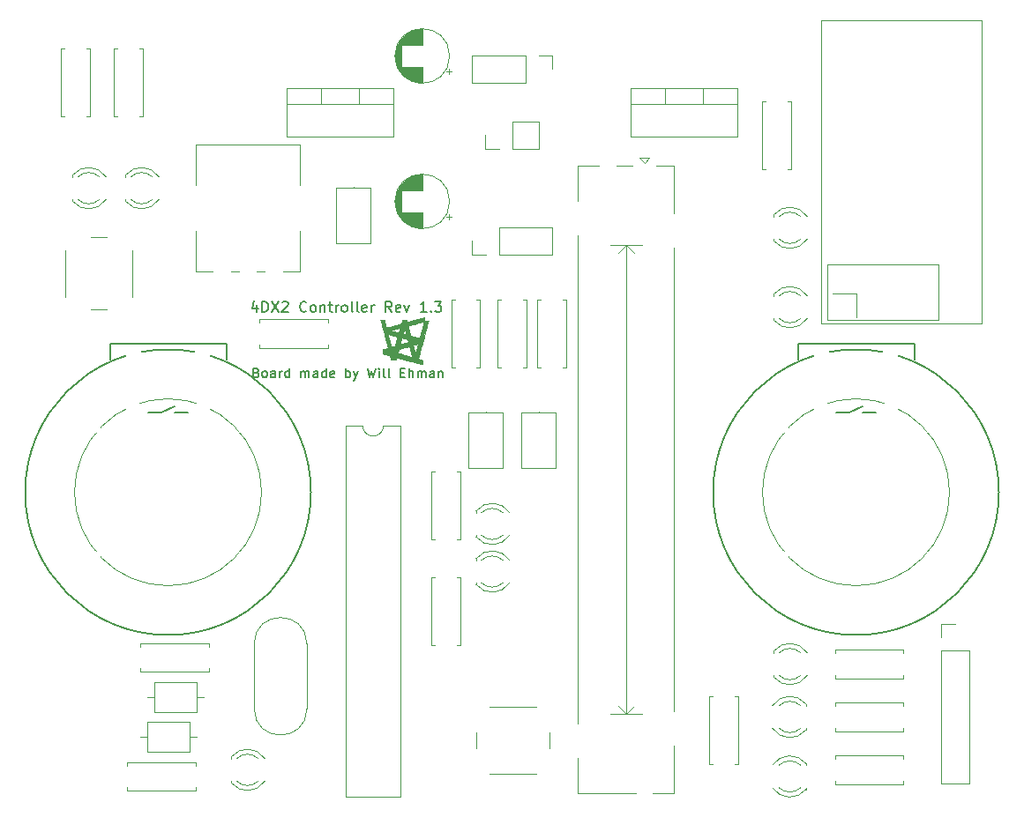
<source format=gbr>
G04 #@! TF.GenerationSoftware,KiCad,Pcbnew,(5.0.2)-1*
G04 #@! TF.CreationDate,2019-02-13T22:37:31-07:00*
G04 #@! TF.ProjectId,Controller,436f6e74-726f-46c6-9c65-722e6b696361,rev?*
G04 #@! TF.SameCoordinates,Original*
G04 #@! TF.FileFunction,Legend,Top*
G04 #@! TF.FilePolarity,Positive*
%FSLAX46Y46*%
G04 Gerber Fmt 4.6, Leading zero omitted, Abs format (unit mm)*
G04 Created by KiCad (PCBNEW (5.0.2)-1) date 2/13/2019 10:37:31 PM*
%MOMM*%
%LPD*%
G01*
G04 APERTURE LIST*
%ADD10C,0.200000*%
%ADD11C,0.010000*%
%ADD12C,0.150000*%
%ADD13C,0.203200*%
%ADD14C,0.101600*%
%ADD15C,0.120000*%
%ADD16C,1.880000*%
%ADD17C,2.388000*%
%ADD18C,1.702000*%
%ADD19O,1.702000X1.702000*%
%ADD20R,1.702000X1.702000*%
%ADD21R,1.902000X1.902000*%
%ADD22C,1.902000*%
%ADD23R,1.802000X1.802000*%
%ADD24O,1.802000X1.802000*%
%ADD25C,2.102000*%
%ADD26O,2.007000X2.102000*%
%ADD27R,2.007000X2.102000*%
%ADD28R,1.852000X1.852000*%
%ADD29C,1.852000*%
%ADD30C,2.802000*%
%ADD31C,4.102000*%
%ADD32C,1.626000*%
%ADD33R,1.626000X1.626000*%
%ADD34C,1.602000*%
%ADD35C,6.602000*%
%ADD36C,0.902000*%
G04 APERTURE END LIST*
D10*
X148225952Y-77255714D02*
X148225952Y-77922380D01*
X147987857Y-76874761D02*
X147749761Y-77589047D01*
X148368809Y-77589047D01*
X148749761Y-77922380D02*
X148749761Y-76922380D01*
X148987857Y-76922380D01*
X149130714Y-76970000D01*
X149225952Y-77065238D01*
X149273571Y-77160476D01*
X149321190Y-77350952D01*
X149321190Y-77493809D01*
X149273571Y-77684285D01*
X149225952Y-77779523D01*
X149130714Y-77874761D01*
X148987857Y-77922380D01*
X148749761Y-77922380D01*
X149654523Y-76922380D02*
X150321190Y-77922380D01*
X150321190Y-76922380D02*
X149654523Y-77922380D01*
X150654523Y-77017619D02*
X150702142Y-76970000D01*
X150797380Y-76922380D01*
X151035476Y-76922380D01*
X151130714Y-76970000D01*
X151178333Y-77017619D01*
X151225952Y-77112857D01*
X151225952Y-77208095D01*
X151178333Y-77350952D01*
X150606904Y-77922380D01*
X151225952Y-77922380D01*
X152987857Y-77827142D02*
X152940238Y-77874761D01*
X152797380Y-77922380D01*
X152702142Y-77922380D01*
X152559285Y-77874761D01*
X152464047Y-77779523D01*
X152416428Y-77684285D01*
X152368809Y-77493809D01*
X152368809Y-77350952D01*
X152416428Y-77160476D01*
X152464047Y-77065238D01*
X152559285Y-76970000D01*
X152702142Y-76922380D01*
X152797380Y-76922380D01*
X152940238Y-76970000D01*
X152987857Y-77017619D01*
X153559285Y-77922380D02*
X153464047Y-77874761D01*
X153416428Y-77827142D01*
X153368809Y-77731904D01*
X153368809Y-77446190D01*
X153416428Y-77350952D01*
X153464047Y-77303333D01*
X153559285Y-77255714D01*
X153702142Y-77255714D01*
X153797380Y-77303333D01*
X153845000Y-77350952D01*
X153892619Y-77446190D01*
X153892619Y-77731904D01*
X153845000Y-77827142D01*
X153797380Y-77874761D01*
X153702142Y-77922380D01*
X153559285Y-77922380D01*
X154321190Y-77255714D02*
X154321190Y-77922380D01*
X154321190Y-77350952D02*
X154368809Y-77303333D01*
X154464047Y-77255714D01*
X154606904Y-77255714D01*
X154702142Y-77303333D01*
X154749761Y-77398571D01*
X154749761Y-77922380D01*
X155083095Y-77255714D02*
X155464047Y-77255714D01*
X155225952Y-76922380D02*
X155225952Y-77779523D01*
X155273571Y-77874761D01*
X155368809Y-77922380D01*
X155464047Y-77922380D01*
X155797380Y-77922380D02*
X155797380Y-77255714D01*
X155797380Y-77446190D02*
X155845000Y-77350952D01*
X155892619Y-77303333D01*
X155987857Y-77255714D01*
X156083095Y-77255714D01*
X156559285Y-77922380D02*
X156464047Y-77874761D01*
X156416428Y-77827142D01*
X156368809Y-77731904D01*
X156368809Y-77446190D01*
X156416428Y-77350952D01*
X156464047Y-77303333D01*
X156559285Y-77255714D01*
X156702142Y-77255714D01*
X156797380Y-77303333D01*
X156845000Y-77350952D01*
X156892619Y-77446190D01*
X156892619Y-77731904D01*
X156845000Y-77827142D01*
X156797380Y-77874761D01*
X156702142Y-77922380D01*
X156559285Y-77922380D01*
X157464047Y-77922380D02*
X157368809Y-77874761D01*
X157321190Y-77779523D01*
X157321190Y-76922380D01*
X157987857Y-77922380D02*
X157892619Y-77874761D01*
X157845000Y-77779523D01*
X157845000Y-76922380D01*
X158749761Y-77874761D02*
X158654523Y-77922380D01*
X158464047Y-77922380D01*
X158368809Y-77874761D01*
X158321190Y-77779523D01*
X158321190Y-77398571D01*
X158368809Y-77303333D01*
X158464047Y-77255714D01*
X158654523Y-77255714D01*
X158749761Y-77303333D01*
X158797380Y-77398571D01*
X158797380Y-77493809D01*
X158321190Y-77589047D01*
X159225952Y-77922380D02*
X159225952Y-77255714D01*
X159225952Y-77446190D02*
X159273571Y-77350952D01*
X159321190Y-77303333D01*
X159416428Y-77255714D01*
X159511666Y-77255714D01*
X161178333Y-77922380D02*
X160845000Y-77446190D01*
X160606904Y-77922380D02*
X160606904Y-76922380D01*
X160987857Y-76922380D01*
X161083095Y-76970000D01*
X161130714Y-77017619D01*
X161178333Y-77112857D01*
X161178333Y-77255714D01*
X161130714Y-77350952D01*
X161083095Y-77398571D01*
X160987857Y-77446190D01*
X160606904Y-77446190D01*
X161987857Y-77874761D02*
X161892619Y-77922380D01*
X161702142Y-77922380D01*
X161606904Y-77874761D01*
X161559285Y-77779523D01*
X161559285Y-77398571D01*
X161606904Y-77303333D01*
X161702142Y-77255714D01*
X161892619Y-77255714D01*
X161987857Y-77303333D01*
X162035476Y-77398571D01*
X162035476Y-77493809D01*
X161559285Y-77589047D01*
X162368809Y-77255714D02*
X162606904Y-77922380D01*
X162845000Y-77255714D01*
X164511666Y-77922380D02*
X163940238Y-77922380D01*
X164225952Y-77922380D02*
X164225952Y-76922380D01*
X164130714Y-77065238D01*
X164035476Y-77160476D01*
X163940238Y-77208095D01*
X164940238Y-77827142D02*
X164987857Y-77874761D01*
X164940238Y-77922380D01*
X164892619Y-77874761D01*
X164940238Y-77827142D01*
X164940238Y-77922380D01*
X165321190Y-76922380D02*
X165940238Y-76922380D01*
X165606904Y-77303333D01*
X165749761Y-77303333D01*
X165845000Y-77350952D01*
X165892619Y-77398571D01*
X165940238Y-77493809D01*
X165940238Y-77731904D01*
X165892619Y-77827142D01*
X165845000Y-77874761D01*
X165749761Y-77922380D01*
X165464047Y-77922380D01*
X165368809Y-77874761D01*
X165321190Y-77827142D01*
X148186285Y-83755714D02*
X148314857Y-83798571D01*
X148357714Y-83841428D01*
X148400571Y-83927142D01*
X148400571Y-84055714D01*
X148357714Y-84141428D01*
X148314857Y-84184285D01*
X148229142Y-84227142D01*
X147886285Y-84227142D01*
X147886285Y-83327142D01*
X148186285Y-83327142D01*
X148272000Y-83370000D01*
X148314857Y-83412857D01*
X148357714Y-83498571D01*
X148357714Y-83584285D01*
X148314857Y-83670000D01*
X148272000Y-83712857D01*
X148186285Y-83755714D01*
X147886285Y-83755714D01*
X148914857Y-84227142D02*
X148829142Y-84184285D01*
X148786285Y-84141428D01*
X148743428Y-84055714D01*
X148743428Y-83798571D01*
X148786285Y-83712857D01*
X148829142Y-83670000D01*
X148914857Y-83627142D01*
X149043428Y-83627142D01*
X149129142Y-83670000D01*
X149172000Y-83712857D01*
X149214857Y-83798571D01*
X149214857Y-84055714D01*
X149172000Y-84141428D01*
X149129142Y-84184285D01*
X149043428Y-84227142D01*
X148914857Y-84227142D01*
X149986285Y-84227142D02*
X149986285Y-83755714D01*
X149943428Y-83670000D01*
X149857714Y-83627142D01*
X149686285Y-83627142D01*
X149600571Y-83670000D01*
X149986285Y-84184285D02*
X149900571Y-84227142D01*
X149686285Y-84227142D01*
X149600571Y-84184285D01*
X149557714Y-84098571D01*
X149557714Y-84012857D01*
X149600571Y-83927142D01*
X149686285Y-83884285D01*
X149900571Y-83884285D01*
X149986285Y-83841428D01*
X150414857Y-84227142D02*
X150414857Y-83627142D01*
X150414857Y-83798571D02*
X150457714Y-83712857D01*
X150500571Y-83670000D01*
X150586285Y-83627142D01*
X150672000Y-83627142D01*
X151357714Y-84227142D02*
X151357714Y-83327142D01*
X151357714Y-84184285D02*
X151272000Y-84227142D01*
X151100571Y-84227142D01*
X151014857Y-84184285D01*
X150972000Y-84141428D01*
X150929142Y-84055714D01*
X150929142Y-83798571D01*
X150972000Y-83712857D01*
X151014857Y-83670000D01*
X151100571Y-83627142D01*
X151272000Y-83627142D01*
X151357714Y-83670000D01*
X152472000Y-84227142D02*
X152472000Y-83627142D01*
X152472000Y-83712857D02*
X152514857Y-83670000D01*
X152600571Y-83627142D01*
X152729142Y-83627142D01*
X152814857Y-83670000D01*
X152857714Y-83755714D01*
X152857714Y-84227142D01*
X152857714Y-83755714D02*
X152900571Y-83670000D01*
X152986285Y-83627142D01*
X153114857Y-83627142D01*
X153200571Y-83670000D01*
X153243428Y-83755714D01*
X153243428Y-84227142D01*
X154057714Y-84227142D02*
X154057714Y-83755714D01*
X154014857Y-83670000D01*
X153929142Y-83627142D01*
X153757714Y-83627142D01*
X153672000Y-83670000D01*
X154057714Y-84184285D02*
X153972000Y-84227142D01*
X153757714Y-84227142D01*
X153672000Y-84184285D01*
X153629142Y-84098571D01*
X153629142Y-84012857D01*
X153672000Y-83927142D01*
X153757714Y-83884285D01*
X153972000Y-83884285D01*
X154057714Y-83841428D01*
X154872000Y-84227142D02*
X154872000Y-83327142D01*
X154872000Y-84184285D02*
X154786285Y-84227142D01*
X154614857Y-84227142D01*
X154529142Y-84184285D01*
X154486285Y-84141428D01*
X154443428Y-84055714D01*
X154443428Y-83798571D01*
X154486285Y-83712857D01*
X154529142Y-83670000D01*
X154614857Y-83627142D01*
X154786285Y-83627142D01*
X154872000Y-83670000D01*
X155643428Y-84184285D02*
X155557714Y-84227142D01*
X155386285Y-84227142D01*
X155300571Y-84184285D01*
X155257714Y-84098571D01*
X155257714Y-83755714D01*
X155300571Y-83670000D01*
X155386285Y-83627142D01*
X155557714Y-83627142D01*
X155643428Y-83670000D01*
X155686285Y-83755714D01*
X155686285Y-83841428D01*
X155257714Y-83927142D01*
X156757714Y-84227142D02*
X156757714Y-83327142D01*
X156757714Y-83670000D02*
X156843428Y-83627142D01*
X157014857Y-83627142D01*
X157100571Y-83670000D01*
X157143428Y-83712857D01*
X157186285Y-83798571D01*
X157186285Y-84055714D01*
X157143428Y-84141428D01*
X157100571Y-84184285D01*
X157014857Y-84227142D01*
X156843428Y-84227142D01*
X156757714Y-84184285D01*
X157486285Y-83627142D02*
X157700571Y-84227142D01*
X157914857Y-83627142D02*
X157700571Y-84227142D01*
X157614857Y-84441428D01*
X157572000Y-84484285D01*
X157486285Y-84527142D01*
X158857714Y-83327142D02*
X159072000Y-84227142D01*
X159243428Y-83584285D01*
X159414857Y-84227142D01*
X159629142Y-83327142D01*
X159972000Y-84227142D02*
X159972000Y-83627142D01*
X159972000Y-83327142D02*
X159929142Y-83370000D01*
X159972000Y-83412857D01*
X160014857Y-83370000D01*
X159972000Y-83327142D01*
X159972000Y-83412857D01*
X160529142Y-84227142D02*
X160443428Y-84184285D01*
X160400571Y-84098571D01*
X160400571Y-83327142D01*
X161000571Y-84227142D02*
X160914857Y-84184285D01*
X160872000Y-84098571D01*
X160872000Y-83327142D01*
X162029142Y-83755714D02*
X162329142Y-83755714D01*
X162457714Y-84227142D02*
X162029142Y-84227142D01*
X162029142Y-83327142D01*
X162457714Y-83327142D01*
X162843428Y-84227142D02*
X162843428Y-83327142D01*
X163229142Y-84227142D02*
X163229142Y-83755714D01*
X163186285Y-83670000D01*
X163100571Y-83627142D01*
X162972000Y-83627142D01*
X162886285Y-83670000D01*
X162843428Y-83712857D01*
X163657714Y-84227142D02*
X163657714Y-83627142D01*
X163657714Y-83712857D02*
X163700571Y-83670000D01*
X163786285Y-83627142D01*
X163914857Y-83627142D01*
X164000571Y-83670000D01*
X164043428Y-83755714D01*
X164043428Y-84227142D01*
X164043428Y-83755714D02*
X164086285Y-83670000D01*
X164172000Y-83627142D01*
X164300571Y-83627142D01*
X164386285Y-83670000D01*
X164429142Y-83755714D01*
X164429142Y-84227142D01*
X165243428Y-84227142D02*
X165243428Y-83755714D01*
X165200571Y-83670000D01*
X165114857Y-83627142D01*
X164943428Y-83627142D01*
X164857714Y-83670000D01*
X165243428Y-84184285D02*
X165157714Y-84227142D01*
X164943428Y-84227142D01*
X164857714Y-84184285D01*
X164814857Y-84098571D01*
X164814857Y-84012857D01*
X164857714Y-83927142D01*
X164943428Y-83884285D01*
X165157714Y-83884285D01*
X165243428Y-83841428D01*
X165672000Y-83627142D02*
X165672000Y-84227142D01*
X165672000Y-83712857D02*
X165714857Y-83670000D01*
X165800571Y-83627142D01*
X165929142Y-83627142D01*
X166014857Y-83670000D01*
X166057714Y-83755714D01*
X166057714Y-84227142D01*
D11*
G04 #@! TO.C,G\002A\002A\002A*
G36*
X164281133Y-78464223D02*
X164282922Y-78491704D01*
X164284253Y-78533034D01*
X164284985Y-78584556D01*
X164285083Y-78613000D01*
X164285083Y-78771750D01*
X164678961Y-78771750D01*
X164671948Y-78800854D01*
X164668503Y-78814025D01*
X164659863Y-78846586D01*
X164646310Y-78897484D01*
X164628126Y-78965661D01*
X164605593Y-79050065D01*
X164578992Y-79149639D01*
X164548607Y-79263328D01*
X164514719Y-79390079D01*
X164477610Y-79528834D01*
X164437563Y-79678541D01*
X164394859Y-79838143D01*
X164349781Y-80006585D01*
X164302610Y-80182813D01*
X164253629Y-80365771D01*
X164203120Y-80554405D01*
X164183967Y-80625926D01*
X164133050Y-80816131D01*
X164083629Y-81000900D01*
X164035982Y-81179189D01*
X163990386Y-81349956D01*
X163947117Y-81512156D01*
X163906454Y-81664748D01*
X163868672Y-81806688D01*
X163834050Y-81936933D01*
X163802865Y-82054440D01*
X163775394Y-82158166D01*
X163751913Y-82247068D01*
X163732701Y-82320103D01*
X163718033Y-82376227D01*
X163708189Y-82414399D01*
X163703444Y-82433574D01*
X163703035Y-82435676D01*
X163713297Y-82443969D01*
X163743504Y-82456083D01*
X163792833Y-82471739D01*
X163860463Y-82490657D01*
X163880306Y-82495909D01*
X163942709Y-82512360D01*
X164001789Y-82528108D01*
X164052880Y-82541897D01*
X164091315Y-82552470D01*
X164107812Y-82557173D01*
X164158083Y-82571987D01*
X164158083Y-82772660D01*
X164157947Y-82842642D01*
X164157367Y-82894209D01*
X164156089Y-82930114D01*
X164153858Y-82953108D01*
X164150417Y-82965943D01*
X164145511Y-82971370D01*
X164139562Y-82972191D01*
X164127158Y-82969344D01*
X164095587Y-82961322D01*
X164046121Y-82948464D01*
X163980029Y-82931108D01*
X163898584Y-82909591D01*
X163803054Y-82884251D01*
X163694710Y-82855427D01*
X163574823Y-82823456D01*
X163444664Y-82788676D01*
X163305502Y-82751425D01*
X163158609Y-82712040D01*
X163005254Y-82670861D01*
X162888083Y-82639357D01*
X162730652Y-82597007D01*
X162578680Y-82556132D01*
X162433445Y-82517074D01*
X162296222Y-82480176D01*
X162168288Y-82445782D01*
X162050920Y-82414234D01*
X161945393Y-82385875D01*
X161852985Y-82361049D01*
X161774971Y-82340099D01*
X161712628Y-82323367D01*
X161667233Y-82311196D01*
X161640061Y-82303930D01*
X161632449Y-82301915D01*
X161620939Y-82300931D01*
X161612064Y-82307307D01*
X161603745Y-82324759D01*
X161593901Y-82357000D01*
X161586817Y-82383396D01*
X161574740Y-82428523D01*
X161563292Y-82469993D01*
X161554560Y-82500283D01*
X161553110Y-82505021D01*
X161542358Y-82539417D01*
X161315637Y-82539417D01*
X161248937Y-82539299D01*
X161190001Y-82538970D01*
X161141890Y-82538466D01*
X161107667Y-82537821D01*
X161090393Y-82537073D01*
X161088910Y-82536771D01*
X161086147Y-82522470D01*
X161078612Y-82492242D01*
X161067395Y-82449947D01*
X161053586Y-82399443D01*
X161038278Y-82344591D01*
X161022560Y-82289250D01*
X161007523Y-82237280D01*
X160994258Y-82192540D01*
X160983855Y-82158891D01*
X160977407Y-82140193D01*
X160976136Y-82137723D01*
X160963877Y-82133017D01*
X160933921Y-82123791D01*
X160889057Y-82110836D01*
X160832079Y-82094944D01*
X160765777Y-82076907D01*
X160697333Y-82058673D01*
X160621663Y-82038667D01*
X160549782Y-82019580D01*
X160485146Y-82002335D01*
X160431211Y-81987858D01*
X160391432Y-81977071D01*
X160371683Y-81971595D01*
X160315909Y-81955708D01*
X160316931Y-81877411D01*
X161745083Y-81877411D01*
X161755172Y-81884728D01*
X161784531Y-81896326D01*
X161831797Y-81911759D01*
X161895609Y-81930581D01*
X161969979Y-81951103D01*
X162155777Y-82001031D01*
X162322057Y-82045687D01*
X162469738Y-82085313D01*
X162599737Y-82120154D01*
X162712972Y-82150454D01*
X162810361Y-82176457D01*
X162892821Y-82198406D01*
X162961270Y-82216545D01*
X163016626Y-82231118D01*
X163059806Y-82242370D01*
X163091729Y-82250543D01*
X163113312Y-82255881D01*
X163125473Y-82258630D01*
X163129115Y-82259094D01*
X163127044Y-82248710D01*
X163119988Y-82219862D01*
X163108461Y-82174527D01*
X163092978Y-82114681D01*
X163074054Y-82042300D01*
X163052203Y-81959361D01*
X163027939Y-81867840D01*
X163001777Y-81769714D01*
X162999286Y-81760398D01*
X162972669Y-81661130D01*
X162947518Y-81567802D01*
X162924395Y-81482470D01*
X162903864Y-81407188D01*
X162886486Y-81344013D01*
X162872826Y-81294998D01*
X162863445Y-81262199D01*
X162858907Y-81247670D01*
X162858796Y-81247414D01*
X162854825Y-81244131D01*
X162845715Y-81242928D01*
X162829828Y-81244182D01*
X162805524Y-81248268D01*
X162771165Y-81255562D01*
X162725112Y-81266442D01*
X162665726Y-81281283D01*
X162591369Y-81300461D01*
X162500403Y-81324353D01*
X162391188Y-81353335D01*
X162351802Y-81363830D01*
X162252640Y-81390369D01*
X162159768Y-81415409D01*
X162075179Y-81438401D01*
X162000869Y-81458792D01*
X161938833Y-81476033D01*
X161891067Y-81489571D01*
X161859565Y-81498857D01*
X161846322Y-81503338D01*
X161846072Y-81503507D01*
X161841404Y-81515355D01*
X161832616Y-81543671D01*
X161820799Y-81584412D01*
X161807048Y-81633532D01*
X161792454Y-81686985D01*
X161778110Y-81740726D01*
X161765109Y-81790709D01*
X161754544Y-81832891D01*
X161747506Y-81863224D01*
X161745083Y-81877411D01*
X160316931Y-81877411D01*
X160318767Y-81736916D01*
X160319953Y-81646052D01*
X161248917Y-81646052D01*
X161249400Y-81657279D01*
X161254430Y-81683509D01*
X161262950Y-81719332D01*
X161264082Y-81723728D01*
X161275699Y-81763975D01*
X161286917Y-81788186D01*
X161301085Y-81801155D01*
X161321552Y-81807678D01*
X161322896Y-81807939D01*
X161328355Y-81799012D01*
X161337779Y-81774011D01*
X161349614Y-81737296D01*
X161357086Y-81711947D01*
X161368629Y-81669777D01*
X161376952Y-81635953D01*
X161380966Y-81615104D01*
X161380890Y-81610779D01*
X161369919Y-81611619D01*
X161345494Y-81616913D01*
X161314381Y-81624853D01*
X161283346Y-81633630D01*
X161259155Y-81641437D01*
X161248917Y-81646052D01*
X160319953Y-81646052D01*
X160321625Y-81518125D01*
X160563684Y-81452454D01*
X160631830Y-81433860D01*
X160692856Y-81417007D01*
X160743895Y-81402701D01*
X160782078Y-81391754D01*
X160804538Y-81384972D01*
X160809342Y-81383186D01*
X160807096Y-81372717D01*
X160799671Y-81343016D01*
X160787388Y-81295289D01*
X160770566Y-81230744D01*
X160749525Y-81150587D01*
X160724583Y-81056026D01*
X160696062Y-80948268D01*
X160664281Y-80828521D01*
X160629558Y-80697991D01*
X160592215Y-80557886D01*
X160552569Y-80409413D01*
X160510942Y-80253779D01*
X160467653Y-80092192D01*
X160460796Y-80066622D01*
X160806516Y-80066622D01*
X160808269Y-80077454D01*
X160815060Y-80106850D01*
X160826409Y-80152941D01*
X160841836Y-80213856D01*
X160860859Y-80287725D01*
X160883000Y-80372678D01*
X160907778Y-80466844D01*
X160934713Y-80568354D01*
X160951371Y-80630742D01*
X160987080Y-80764173D01*
X161017726Y-80878615D01*
X161043723Y-80975525D01*
X161065487Y-81056361D01*
X161083431Y-81122579D01*
X161097969Y-81175637D01*
X161109516Y-81216991D01*
X161118486Y-81248100D01*
X161125294Y-81270419D01*
X161130353Y-81285406D01*
X161134079Y-81294518D01*
X161136885Y-81299211D01*
X161139186Y-81300944D01*
X161141396Y-81301173D01*
X161142007Y-81301167D01*
X161154974Y-81298541D01*
X161184580Y-81291305D01*
X161227040Y-81280421D01*
X161278573Y-81266849D01*
X161307014Y-81259233D01*
X161361638Y-81244135D01*
X161408937Y-81230322D01*
X161445156Y-81218946D01*
X161466543Y-81211164D01*
X161470518Y-81208963D01*
X161474505Y-81197710D01*
X161483162Y-81168708D01*
X161495803Y-81124497D01*
X161498272Y-81115683D01*
X163207622Y-81115683D01*
X163209672Y-81126041D01*
X163216504Y-81154218D01*
X163227430Y-81197585D01*
X163241756Y-81253516D01*
X163258794Y-81319383D01*
X163277852Y-81392557D01*
X163298238Y-81470411D01*
X163319263Y-81550318D01*
X163340235Y-81629649D01*
X163360463Y-81705777D01*
X163379258Y-81776074D01*
X163395926Y-81837913D01*
X163409779Y-81888665D01*
X163420125Y-81925703D01*
X163424727Y-81941458D01*
X163426211Y-81947589D01*
X163427368Y-81953008D01*
X163428676Y-81956114D01*
X163430611Y-81955304D01*
X163433647Y-81948975D01*
X163438262Y-81935523D01*
X163444932Y-81913346D01*
X163454134Y-81880842D01*
X163466342Y-81836407D01*
X163482034Y-81778438D01*
X163501685Y-81705334D01*
X163525772Y-81615490D01*
X163554772Y-81507304D01*
X163564607Y-81470633D01*
X163590261Y-81374560D01*
X163613974Y-81284880D01*
X163635223Y-81203634D01*
X163653487Y-81132860D01*
X163668243Y-81074601D01*
X163678967Y-81030896D01*
X163685137Y-81003785D01*
X163686385Y-80995274D01*
X163675613Y-80996700D01*
X163647876Y-81002634D01*
X163606676Y-81012194D01*
X163555520Y-81024500D01*
X163497909Y-81038670D01*
X163437349Y-81053823D01*
X163377343Y-81069078D01*
X163321394Y-81083553D01*
X163273007Y-81096368D01*
X163235685Y-81106640D01*
X163212933Y-81113490D01*
X163207622Y-81115683D01*
X161498272Y-81115683D01*
X161511741Y-81067616D01*
X161521200Y-81033441D01*
X161938586Y-81033441D01*
X161940543Y-81045655D01*
X161945505Y-81047167D01*
X161958122Y-81044511D01*
X161988897Y-81036938D01*
X162035552Y-81025041D01*
X162095805Y-81009411D01*
X162167379Y-80990641D01*
X162247994Y-80969322D01*
X162335370Y-80946048D01*
X162356741Y-80940331D01*
X162445208Y-80916519D01*
X162527253Y-80894193D01*
X162600624Y-80873982D01*
X162663074Y-80856516D01*
X162712353Y-80842427D01*
X162746212Y-80832345D01*
X162762401Y-80826899D01*
X162763409Y-80826351D01*
X162764230Y-80813324D01*
X162759446Y-80785058D01*
X162750420Y-80746301D01*
X162742796Y-80717800D01*
X163099750Y-80717800D01*
X163099750Y-80759254D01*
X163181771Y-80738258D01*
X163220461Y-80728055D01*
X163250280Y-80719629D01*
X163266084Y-80714452D01*
X163267277Y-80713805D01*
X163259764Y-80710174D01*
X163236722Y-80704224D01*
X163209068Y-80698424D01*
X163171105Y-80691008D01*
X163138475Y-80684497D01*
X163123562Y-80681423D01*
X163108191Y-80680380D01*
X163101386Y-80689562D01*
X163099758Y-80714147D01*
X163099750Y-80717800D01*
X162742796Y-80717800D01*
X162738515Y-80701799D01*
X162725096Y-80656301D01*
X162711525Y-80614554D01*
X162699165Y-80581305D01*
X162689380Y-80561302D01*
X162686344Y-80557979D01*
X162670623Y-80551718D01*
X162638530Y-80541282D01*
X162593249Y-80527547D01*
X162537963Y-80511392D01*
X162475857Y-80493692D01*
X162410112Y-80475326D01*
X162343914Y-80457169D01*
X162280447Y-80440099D01*
X162222892Y-80424994D01*
X162174435Y-80412730D01*
X162138259Y-80404184D01*
X162117548Y-80400233D01*
X162113938Y-80400293D01*
X162109588Y-80411812D01*
X162100590Y-80441227D01*
X162087671Y-80485959D01*
X162071561Y-80543434D01*
X162052987Y-80611072D01*
X162032679Y-80686298D01*
X162025469Y-80713295D01*
X162004739Y-80790926D01*
X161985598Y-80862236D01*
X161968766Y-80924571D01*
X161954962Y-80975278D01*
X161944907Y-81011702D01*
X161939322Y-81031189D01*
X161938586Y-81033441D01*
X161521200Y-81033441D01*
X161530290Y-81000606D01*
X161550763Y-80926008D01*
X161572474Y-80846361D01*
X161594738Y-80764206D01*
X161616866Y-80682084D01*
X161638173Y-80602534D01*
X161657973Y-80528097D01*
X161675578Y-80461314D01*
X161690303Y-80404723D01*
X161701462Y-80360867D01*
X161708367Y-80332285D01*
X161710332Y-80321517D01*
X161710318Y-80321502D01*
X161698789Y-80317422D01*
X161669567Y-80308462D01*
X161625161Y-80295329D01*
X161568076Y-80278730D01*
X161500822Y-80259372D01*
X161425904Y-80237962D01*
X161345832Y-80215208D01*
X161263111Y-80191816D01*
X161180251Y-80168494D01*
X161099757Y-80145949D01*
X161024138Y-80124887D01*
X160955901Y-80106017D01*
X160897553Y-80090045D01*
X160851602Y-80077678D01*
X160820556Y-80069623D01*
X160806922Y-80066589D01*
X160806516Y-80066622D01*
X160460796Y-80066622D01*
X160458255Y-80057148D01*
X160445082Y-80008014D01*
X162247570Y-80008014D01*
X162258405Y-80011925D01*
X162285272Y-80020128D01*
X162323770Y-80031387D01*
X162369500Y-80044465D01*
X162418062Y-80058125D01*
X162465054Y-80071131D01*
X162506079Y-80082246D01*
X162536734Y-80090233D01*
X162552621Y-80093857D01*
X162553297Y-80093937D01*
X162558821Y-80086283D01*
X162557757Y-80076146D01*
X162532501Y-79977245D01*
X162507728Y-79880952D01*
X162483992Y-79789366D01*
X162461848Y-79704581D01*
X162441849Y-79628696D01*
X162424550Y-79563807D01*
X162410504Y-79512010D01*
X162400267Y-79475404D01*
X162394391Y-79456084D01*
X162393228Y-79453577D01*
X162389292Y-79464698D01*
X162381040Y-79492914D01*
X162369320Y-79534992D01*
X162354984Y-79587698D01*
X162338879Y-79647798D01*
X162321857Y-79712059D01*
X162304766Y-79777245D01*
X162288457Y-79840125D01*
X162273778Y-79897462D01*
X162261579Y-79946025D01*
X162252710Y-79982577D01*
X162248021Y-80003887D01*
X162247570Y-80008014D01*
X160445082Y-80008014D01*
X160414488Y-79893912D01*
X160372182Y-79736036D01*
X160362602Y-79700260D01*
X161040232Y-79700260D01*
X161050894Y-79704075D01*
X161079168Y-79713065D01*
X161122363Y-79726428D01*
X161177787Y-79743357D01*
X161242750Y-79763049D01*
X161314560Y-79784699D01*
X161390526Y-79807501D01*
X161467955Y-79830651D01*
X161544157Y-79853344D01*
X161616441Y-79874776D01*
X161682114Y-79894142D01*
X161738485Y-79910637D01*
X161782863Y-79923456D01*
X161812557Y-79931795D01*
X161824781Y-79934842D01*
X161830461Y-79925375D01*
X161840523Y-79898222D01*
X161854084Y-79856197D01*
X161870260Y-79802116D01*
X161888168Y-79738793D01*
X161900015Y-79695146D01*
X161918033Y-79627249D01*
X161933914Y-79566525D01*
X161946929Y-79515837D01*
X161956348Y-79478048D01*
X161961442Y-79456019D01*
X161962100Y-79451520D01*
X161951749Y-79453581D01*
X161923008Y-79460616D01*
X161877926Y-79472092D01*
X161818550Y-79487476D01*
X161746929Y-79506234D01*
X161665111Y-79527833D01*
X161575144Y-79551740D01*
X161497948Y-79572365D01*
X161403126Y-79597872D01*
X161315041Y-79621786D01*
X161235705Y-79643546D01*
X161167133Y-79662589D01*
X161111338Y-79678351D01*
X161070332Y-79690270D01*
X161046131Y-79697784D01*
X161040232Y-79700260D01*
X160362602Y-79700260D01*
X160331670Y-79584756D01*
X160293280Y-79441311D01*
X160257344Y-79306939D01*
X160224192Y-79182877D01*
X160194154Y-79070365D01*
X160167562Y-78970639D01*
X160144745Y-78884937D01*
X160126033Y-78814499D01*
X160111759Y-78760561D01*
X160102251Y-78724361D01*
X160097840Y-78707138D01*
X160097610Y-78706134D01*
X160091649Y-78677559D01*
X160259554Y-78674384D01*
X160317235Y-78673660D01*
X160367406Y-78673726D01*
X160406278Y-78674520D01*
X160430066Y-78675984D01*
X160435534Y-78677167D01*
X160440023Y-78688418D01*
X160449247Y-78717821D01*
X160462548Y-78763060D01*
X160479266Y-78821819D01*
X160498744Y-78891782D01*
X160520322Y-78970634D01*
X160543341Y-79056059D01*
X160543543Y-79056815D01*
X160566488Y-79142235D01*
X160587862Y-79221074D01*
X160607023Y-79291024D01*
X160623331Y-79349776D01*
X160636145Y-79395020D01*
X160644824Y-79424449D01*
X160648727Y-79435754D01*
X160648741Y-79435769D01*
X160659312Y-79433794D01*
X160688319Y-79426856D01*
X160733760Y-79415485D01*
X160793629Y-79400210D01*
X160865922Y-79381562D01*
X160948636Y-79360072D01*
X161039766Y-79336268D01*
X161137308Y-79310683D01*
X161239257Y-79283844D01*
X161341925Y-79256729D01*
X162729333Y-79256729D01*
X162732012Y-79270384D01*
X162739597Y-79301916D01*
X162751409Y-79348789D01*
X162766771Y-79408461D01*
X162785003Y-79478396D01*
X162805427Y-79556054D01*
X162827365Y-79638896D01*
X162850138Y-79724384D01*
X162873069Y-79809979D01*
X162895478Y-79893143D01*
X162916687Y-79971336D01*
X162936019Y-80042020D01*
X162952793Y-80102656D01*
X162966333Y-80150706D01*
X162975959Y-80183630D01*
X162980994Y-80198890D01*
X162981222Y-80199352D01*
X162993240Y-80205536D01*
X163024062Y-80216452D01*
X163071983Y-80231593D01*
X163135301Y-80250452D01*
X163212310Y-80272524D01*
X163301307Y-80297302D01*
X163400586Y-80324279D01*
X163412388Y-80327447D01*
X163503216Y-80351751D01*
X163587455Y-80374206D01*
X163662963Y-80394248D01*
X163727601Y-80411313D01*
X163779228Y-80424836D01*
X163815702Y-80434253D01*
X163834884Y-80439001D01*
X163837317Y-80439458D01*
X163840309Y-80429275D01*
X163848352Y-80400203D01*
X163861024Y-80353801D01*
X163877905Y-80291625D01*
X163898574Y-80215235D01*
X163922609Y-80126189D01*
X163949589Y-80026045D01*
X163979095Y-79916361D01*
X164010704Y-79798695D01*
X164043997Y-79674606D01*
X164051765Y-79645630D01*
X164085312Y-79520253D01*
X164117134Y-79400890D01*
X164146821Y-79289103D01*
X164173964Y-79186456D01*
X164198151Y-79094512D01*
X164218975Y-79014835D01*
X164236024Y-78948989D01*
X164248890Y-78898536D01*
X164257163Y-78865040D01*
X164260432Y-78850065D01*
X164260435Y-78849407D01*
X164249842Y-78851388D01*
X164220363Y-78858298D01*
X164173597Y-78869731D01*
X164111142Y-78885284D01*
X164034597Y-78904553D01*
X163945559Y-78927133D01*
X163845628Y-78952622D01*
X163736401Y-78980614D01*
X163619478Y-79010707D01*
X163496456Y-79042495D01*
X163493008Y-79043387D01*
X163340953Y-79082862D01*
X163208436Y-79117500D01*
X163094456Y-79147581D01*
X162998013Y-79173384D01*
X162918106Y-79195188D01*
X162853733Y-79213275D01*
X162803896Y-79227922D01*
X162767591Y-79239410D01*
X162743820Y-79248019D01*
X162731580Y-79254027D01*
X162729333Y-79256729D01*
X161341925Y-79256729D01*
X161343610Y-79256284D01*
X161448362Y-79228532D01*
X161551510Y-79201117D01*
X161651048Y-79174572D01*
X161744972Y-79149424D01*
X161831280Y-79126205D01*
X161907965Y-79105445D01*
X161973024Y-79087674D01*
X162024453Y-79073421D01*
X162060248Y-79063218D01*
X162078404Y-79057595D01*
X162078458Y-79057575D01*
X162088034Y-79050360D01*
X162097886Y-79034028D01*
X162109092Y-79005803D01*
X162122733Y-78962906D01*
X162139889Y-78902559D01*
X162142712Y-78892271D01*
X162185798Y-78734708D01*
X162575407Y-78734708D01*
X162597284Y-78814083D01*
X162609235Y-78854573D01*
X162618842Y-78878176D01*
X162628238Y-78888694D01*
X162639559Y-78889928D01*
X162639851Y-78889878D01*
X162654364Y-78886417D01*
X162686998Y-78878061D01*
X162735440Y-78865419D01*
X162797372Y-78849103D01*
X162870478Y-78829724D01*
X162952444Y-78807892D01*
X163040954Y-78784218D01*
X163068000Y-78776965D01*
X163270350Y-78722682D01*
X163452724Y-78673788D01*
X163615583Y-78630161D01*
X163759387Y-78591678D01*
X163884596Y-78558215D01*
X163991671Y-78529651D01*
X164081072Y-78505863D01*
X164153261Y-78486727D01*
X164208696Y-78472122D01*
X164247840Y-78461924D01*
X164271152Y-78456011D01*
X164279025Y-78454250D01*
X164281133Y-78464223D01*
X164281133Y-78464223D01*
G37*
X164281133Y-78464223D02*
X164282922Y-78491704D01*
X164284253Y-78533034D01*
X164284985Y-78584556D01*
X164285083Y-78613000D01*
X164285083Y-78771750D01*
X164678961Y-78771750D01*
X164671948Y-78800854D01*
X164668503Y-78814025D01*
X164659863Y-78846586D01*
X164646310Y-78897484D01*
X164628126Y-78965661D01*
X164605593Y-79050065D01*
X164578992Y-79149639D01*
X164548607Y-79263328D01*
X164514719Y-79390079D01*
X164477610Y-79528834D01*
X164437563Y-79678541D01*
X164394859Y-79838143D01*
X164349781Y-80006585D01*
X164302610Y-80182813D01*
X164253629Y-80365771D01*
X164203120Y-80554405D01*
X164183967Y-80625926D01*
X164133050Y-80816131D01*
X164083629Y-81000900D01*
X164035982Y-81179189D01*
X163990386Y-81349956D01*
X163947117Y-81512156D01*
X163906454Y-81664748D01*
X163868672Y-81806688D01*
X163834050Y-81936933D01*
X163802865Y-82054440D01*
X163775394Y-82158166D01*
X163751913Y-82247068D01*
X163732701Y-82320103D01*
X163718033Y-82376227D01*
X163708189Y-82414399D01*
X163703444Y-82433574D01*
X163703035Y-82435676D01*
X163713297Y-82443969D01*
X163743504Y-82456083D01*
X163792833Y-82471739D01*
X163860463Y-82490657D01*
X163880306Y-82495909D01*
X163942709Y-82512360D01*
X164001789Y-82528108D01*
X164052880Y-82541897D01*
X164091315Y-82552470D01*
X164107812Y-82557173D01*
X164158083Y-82571987D01*
X164158083Y-82772660D01*
X164157947Y-82842642D01*
X164157367Y-82894209D01*
X164156089Y-82930114D01*
X164153858Y-82953108D01*
X164150417Y-82965943D01*
X164145511Y-82971370D01*
X164139562Y-82972191D01*
X164127158Y-82969344D01*
X164095587Y-82961322D01*
X164046121Y-82948464D01*
X163980029Y-82931108D01*
X163898584Y-82909591D01*
X163803054Y-82884251D01*
X163694710Y-82855427D01*
X163574823Y-82823456D01*
X163444664Y-82788676D01*
X163305502Y-82751425D01*
X163158609Y-82712040D01*
X163005254Y-82670861D01*
X162888083Y-82639357D01*
X162730652Y-82597007D01*
X162578680Y-82556132D01*
X162433445Y-82517074D01*
X162296222Y-82480176D01*
X162168288Y-82445782D01*
X162050920Y-82414234D01*
X161945393Y-82385875D01*
X161852985Y-82361049D01*
X161774971Y-82340099D01*
X161712628Y-82323367D01*
X161667233Y-82311196D01*
X161640061Y-82303930D01*
X161632449Y-82301915D01*
X161620939Y-82300931D01*
X161612064Y-82307307D01*
X161603745Y-82324759D01*
X161593901Y-82357000D01*
X161586817Y-82383396D01*
X161574740Y-82428523D01*
X161563292Y-82469993D01*
X161554560Y-82500283D01*
X161553110Y-82505021D01*
X161542358Y-82539417D01*
X161315637Y-82539417D01*
X161248937Y-82539299D01*
X161190001Y-82538970D01*
X161141890Y-82538466D01*
X161107667Y-82537821D01*
X161090393Y-82537073D01*
X161088910Y-82536771D01*
X161086147Y-82522470D01*
X161078612Y-82492242D01*
X161067395Y-82449947D01*
X161053586Y-82399443D01*
X161038278Y-82344591D01*
X161022560Y-82289250D01*
X161007523Y-82237280D01*
X160994258Y-82192540D01*
X160983855Y-82158891D01*
X160977407Y-82140193D01*
X160976136Y-82137723D01*
X160963877Y-82133017D01*
X160933921Y-82123791D01*
X160889057Y-82110836D01*
X160832079Y-82094944D01*
X160765777Y-82076907D01*
X160697333Y-82058673D01*
X160621663Y-82038667D01*
X160549782Y-82019580D01*
X160485146Y-82002335D01*
X160431211Y-81987858D01*
X160391432Y-81977071D01*
X160371683Y-81971595D01*
X160315909Y-81955708D01*
X160316931Y-81877411D01*
X161745083Y-81877411D01*
X161755172Y-81884728D01*
X161784531Y-81896326D01*
X161831797Y-81911759D01*
X161895609Y-81930581D01*
X161969979Y-81951103D01*
X162155777Y-82001031D01*
X162322057Y-82045687D01*
X162469738Y-82085313D01*
X162599737Y-82120154D01*
X162712972Y-82150454D01*
X162810361Y-82176457D01*
X162892821Y-82198406D01*
X162961270Y-82216545D01*
X163016626Y-82231118D01*
X163059806Y-82242370D01*
X163091729Y-82250543D01*
X163113312Y-82255881D01*
X163125473Y-82258630D01*
X163129115Y-82259094D01*
X163127044Y-82248710D01*
X163119988Y-82219862D01*
X163108461Y-82174527D01*
X163092978Y-82114681D01*
X163074054Y-82042300D01*
X163052203Y-81959361D01*
X163027939Y-81867840D01*
X163001777Y-81769714D01*
X162999286Y-81760398D01*
X162972669Y-81661130D01*
X162947518Y-81567802D01*
X162924395Y-81482470D01*
X162903864Y-81407188D01*
X162886486Y-81344013D01*
X162872826Y-81294998D01*
X162863445Y-81262199D01*
X162858907Y-81247670D01*
X162858796Y-81247414D01*
X162854825Y-81244131D01*
X162845715Y-81242928D01*
X162829828Y-81244182D01*
X162805524Y-81248268D01*
X162771165Y-81255562D01*
X162725112Y-81266442D01*
X162665726Y-81281283D01*
X162591369Y-81300461D01*
X162500403Y-81324353D01*
X162391188Y-81353335D01*
X162351802Y-81363830D01*
X162252640Y-81390369D01*
X162159768Y-81415409D01*
X162075179Y-81438401D01*
X162000869Y-81458792D01*
X161938833Y-81476033D01*
X161891067Y-81489571D01*
X161859565Y-81498857D01*
X161846322Y-81503338D01*
X161846072Y-81503507D01*
X161841404Y-81515355D01*
X161832616Y-81543671D01*
X161820799Y-81584412D01*
X161807048Y-81633532D01*
X161792454Y-81686985D01*
X161778110Y-81740726D01*
X161765109Y-81790709D01*
X161754544Y-81832891D01*
X161747506Y-81863224D01*
X161745083Y-81877411D01*
X160316931Y-81877411D01*
X160318767Y-81736916D01*
X160319953Y-81646052D01*
X161248917Y-81646052D01*
X161249400Y-81657279D01*
X161254430Y-81683509D01*
X161262950Y-81719332D01*
X161264082Y-81723728D01*
X161275699Y-81763975D01*
X161286917Y-81788186D01*
X161301085Y-81801155D01*
X161321552Y-81807678D01*
X161322896Y-81807939D01*
X161328355Y-81799012D01*
X161337779Y-81774011D01*
X161349614Y-81737296D01*
X161357086Y-81711947D01*
X161368629Y-81669777D01*
X161376952Y-81635953D01*
X161380966Y-81615104D01*
X161380890Y-81610779D01*
X161369919Y-81611619D01*
X161345494Y-81616913D01*
X161314381Y-81624853D01*
X161283346Y-81633630D01*
X161259155Y-81641437D01*
X161248917Y-81646052D01*
X160319953Y-81646052D01*
X160321625Y-81518125D01*
X160563684Y-81452454D01*
X160631830Y-81433860D01*
X160692856Y-81417007D01*
X160743895Y-81402701D01*
X160782078Y-81391754D01*
X160804538Y-81384972D01*
X160809342Y-81383186D01*
X160807096Y-81372717D01*
X160799671Y-81343016D01*
X160787388Y-81295289D01*
X160770566Y-81230744D01*
X160749525Y-81150587D01*
X160724583Y-81056026D01*
X160696062Y-80948268D01*
X160664281Y-80828521D01*
X160629558Y-80697991D01*
X160592215Y-80557886D01*
X160552569Y-80409413D01*
X160510942Y-80253779D01*
X160467653Y-80092192D01*
X160460796Y-80066622D01*
X160806516Y-80066622D01*
X160808269Y-80077454D01*
X160815060Y-80106850D01*
X160826409Y-80152941D01*
X160841836Y-80213856D01*
X160860859Y-80287725D01*
X160883000Y-80372678D01*
X160907778Y-80466844D01*
X160934713Y-80568354D01*
X160951371Y-80630742D01*
X160987080Y-80764173D01*
X161017726Y-80878615D01*
X161043723Y-80975525D01*
X161065487Y-81056361D01*
X161083431Y-81122579D01*
X161097969Y-81175637D01*
X161109516Y-81216991D01*
X161118486Y-81248100D01*
X161125294Y-81270419D01*
X161130353Y-81285406D01*
X161134079Y-81294518D01*
X161136885Y-81299211D01*
X161139186Y-81300944D01*
X161141396Y-81301173D01*
X161142007Y-81301167D01*
X161154974Y-81298541D01*
X161184580Y-81291305D01*
X161227040Y-81280421D01*
X161278573Y-81266849D01*
X161307014Y-81259233D01*
X161361638Y-81244135D01*
X161408937Y-81230322D01*
X161445156Y-81218946D01*
X161466543Y-81211164D01*
X161470518Y-81208963D01*
X161474505Y-81197710D01*
X161483162Y-81168708D01*
X161495803Y-81124497D01*
X161498272Y-81115683D01*
X163207622Y-81115683D01*
X163209672Y-81126041D01*
X163216504Y-81154218D01*
X163227430Y-81197585D01*
X163241756Y-81253516D01*
X163258794Y-81319383D01*
X163277852Y-81392557D01*
X163298238Y-81470411D01*
X163319263Y-81550318D01*
X163340235Y-81629649D01*
X163360463Y-81705777D01*
X163379258Y-81776074D01*
X163395926Y-81837913D01*
X163409779Y-81888665D01*
X163420125Y-81925703D01*
X163424727Y-81941458D01*
X163426211Y-81947589D01*
X163427368Y-81953008D01*
X163428676Y-81956114D01*
X163430611Y-81955304D01*
X163433647Y-81948975D01*
X163438262Y-81935523D01*
X163444932Y-81913346D01*
X163454134Y-81880842D01*
X163466342Y-81836407D01*
X163482034Y-81778438D01*
X163501685Y-81705334D01*
X163525772Y-81615490D01*
X163554772Y-81507304D01*
X163564607Y-81470633D01*
X163590261Y-81374560D01*
X163613974Y-81284880D01*
X163635223Y-81203634D01*
X163653487Y-81132860D01*
X163668243Y-81074601D01*
X163678967Y-81030896D01*
X163685137Y-81003785D01*
X163686385Y-80995274D01*
X163675613Y-80996700D01*
X163647876Y-81002634D01*
X163606676Y-81012194D01*
X163555520Y-81024500D01*
X163497909Y-81038670D01*
X163437349Y-81053823D01*
X163377343Y-81069078D01*
X163321394Y-81083553D01*
X163273007Y-81096368D01*
X163235685Y-81106640D01*
X163212933Y-81113490D01*
X163207622Y-81115683D01*
X161498272Y-81115683D01*
X161511741Y-81067616D01*
X161521200Y-81033441D01*
X161938586Y-81033441D01*
X161940543Y-81045655D01*
X161945505Y-81047167D01*
X161958122Y-81044511D01*
X161988897Y-81036938D01*
X162035552Y-81025041D01*
X162095805Y-81009411D01*
X162167379Y-80990641D01*
X162247994Y-80969322D01*
X162335370Y-80946048D01*
X162356741Y-80940331D01*
X162445208Y-80916519D01*
X162527253Y-80894193D01*
X162600624Y-80873982D01*
X162663074Y-80856516D01*
X162712353Y-80842427D01*
X162746212Y-80832345D01*
X162762401Y-80826899D01*
X162763409Y-80826351D01*
X162764230Y-80813324D01*
X162759446Y-80785058D01*
X162750420Y-80746301D01*
X162742796Y-80717800D01*
X163099750Y-80717800D01*
X163099750Y-80759254D01*
X163181771Y-80738258D01*
X163220461Y-80728055D01*
X163250280Y-80719629D01*
X163266084Y-80714452D01*
X163267277Y-80713805D01*
X163259764Y-80710174D01*
X163236722Y-80704224D01*
X163209068Y-80698424D01*
X163171105Y-80691008D01*
X163138475Y-80684497D01*
X163123562Y-80681423D01*
X163108191Y-80680380D01*
X163101386Y-80689562D01*
X163099758Y-80714147D01*
X163099750Y-80717800D01*
X162742796Y-80717800D01*
X162738515Y-80701799D01*
X162725096Y-80656301D01*
X162711525Y-80614554D01*
X162699165Y-80581305D01*
X162689380Y-80561302D01*
X162686344Y-80557979D01*
X162670623Y-80551718D01*
X162638530Y-80541282D01*
X162593249Y-80527547D01*
X162537963Y-80511392D01*
X162475857Y-80493692D01*
X162410112Y-80475326D01*
X162343914Y-80457169D01*
X162280447Y-80440099D01*
X162222892Y-80424994D01*
X162174435Y-80412730D01*
X162138259Y-80404184D01*
X162117548Y-80400233D01*
X162113938Y-80400293D01*
X162109588Y-80411812D01*
X162100590Y-80441227D01*
X162087671Y-80485959D01*
X162071561Y-80543434D01*
X162052987Y-80611072D01*
X162032679Y-80686298D01*
X162025469Y-80713295D01*
X162004739Y-80790926D01*
X161985598Y-80862236D01*
X161968766Y-80924571D01*
X161954962Y-80975278D01*
X161944907Y-81011702D01*
X161939322Y-81031189D01*
X161938586Y-81033441D01*
X161521200Y-81033441D01*
X161530290Y-81000606D01*
X161550763Y-80926008D01*
X161572474Y-80846361D01*
X161594738Y-80764206D01*
X161616866Y-80682084D01*
X161638173Y-80602534D01*
X161657973Y-80528097D01*
X161675578Y-80461314D01*
X161690303Y-80404723D01*
X161701462Y-80360867D01*
X161708367Y-80332285D01*
X161710332Y-80321517D01*
X161710318Y-80321502D01*
X161698789Y-80317422D01*
X161669567Y-80308462D01*
X161625161Y-80295329D01*
X161568076Y-80278730D01*
X161500822Y-80259372D01*
X161425904Y-80237962D01*
X161345832Y-80215208D01*
X161263111Y-80191816D01*
X161180251Y-80168494D01*
X161099757Y-80145949D01*
X161024138Y-80124887D01*
X160955901Y-80106017D01*
X160897553Y-80090045D01*
X160851602Y-80077678D01*
X160820556Y-80069623D01*
X160806922Y-80066589D01*
X160806516Y-80066622D01*
X160460796Y-80066622D01*
X160458255Y-80057148D01*
X160445082Y-80008014D01*
X162247570Y-80008014D01*
X162258405Y-80011925D01*
X162285272Y-80020128D01*
X162323770Y-80031387D01*
X162369500Y-80044465D01*
X162418062Y-80058125D01*
X162465054Y-80071131D01*
X162506079Y-80082246D01*
X162536734Y-80090233D01*
X162552621Y-80093857D01*
X162553297Y-80093937D01*
X162558821Y-80086283D01*
X162557757Y-80076146D01*
X162532501Y-79977245D01*
X162507728Y-79880952D01*
X162483992Y-79789366D01*
X162461848Y-79704581D01*
X162441849Y-79628696D01*
X162424550Y-79563807D01*
X162410504Y-79512010D01*
X162400267Y-79475404D01*
X162394391Y-79456084D01*
X162393228Y-79453577D01*
X162389292Y-79464698D01*
X162381040Y-79492914D01*
X162369320Y-79534992D01*
X162354984Y-79587698D01*
X162338879Y-79647798D01*
X162321857Y-79712059D01*
X162304766Y-79777245D01*
X162288457Y-79840125D01*
X162273778Y-79897462D01*
X162261579Y-79946025D01*
X162252710Y-79982577D01*
X162248021Y-80003887D01*
X162247570Y-80008014D01*
X160445082Y-80008014D01*
X160414488Y-79893912D01*
X160372182Y-79736036D01*
X160362602Y-79700260D01*
X161040232Y-79700260D01*
X161050894Y-79704075D01*
X161079168Y-79713065D01*
X161122363Y-79726428D01*
X161177787Y-79743357D01*
X161242750Y-79763049D01*
X161314560Y-79784699D01*
X161390526Y-79807501D01*
X161467955Y-79830651D01*
X161544157Y-79853344D01*
X161616441Y-79874776D01*
X161682114Y-79894142D01*
X161738485Y-79910637D01*
X161782863Y-79923456D01*
X161812557Y-79931795D01*
X161824781Y-79934842D01*
X161830461Y-79925375D01*
X161840523Y-79898222D01*
X161854084Y-79856197D01*
X161870260Y-79802116D01*
X161888168Y-79738793D01*
X161900015Y-79695146D01*
X161918033Y-79627249D01*
X161933914Y-79566525D01*
X161946929Y-79515837D01*
X161956348Y-79478048D01*
X161961442Y-79456019D01*
X161962100Y-79451520D01*
X161951749Y-79453581D01*
X161923008Y-79460616D01*
X161877926Y-79472092D01*
X161818550Y-79487476D01*
X161746929Y-79506234D01*
X161665111Y-79527833D01*
X161575144Y-79551740D01*
X161497948Y-79572365D01*
X161403126Y-79597872D01*
X161315041Y-79621786D01*
X161235705Y-79643546D01*
X161167133Y-79662589D01*
X161111338Y-79678351D01*
X161070332Y-79690270D01*
X161046131Y-79697784D01*
X161040232Y-79700260D01*
X160362602Y-79700260D01*
X160331670Y-79584756D01*
X160293280Y-79441311D01*
X160257344Y-79306939D01*
X160224192Y-79182877D01*
X160194154Y-79070365D01*
X160167562Y-78970639D01*
X160144745Y-78884937D01*
X160126033Y-78814499D01*
X160111759Y-78760561D01*
X160102251Y-78724361D01*
X160097840Y-78707138D01*
X160097610Y-78706134D01*
X160091649Y-78677559D01*
X160259554Y-78674384D01*
X160317235Y-78673660D01*
X160367406Y-78673726D01*
X160406278Y-78674520D01*
X160430066Y-78675984D01*
X160435534Y-78677167D01*
X160440023Y-78688418D01*
X160449247Y-78717821D01*
X160462548Y-78763060D01*
X160479266Y-78821819D01*
X160498744Y-78891782D01*
X160520322Y-78970634D01*
X160543341Y-79056059D01*
X160543543Y-79056815D01*
X160566488Y-79142235D01*
X160587862Y-79221074D01*
X160607023Y-79291024D01*
X160623331Y-79349776D01*
X160636145Y-79395020D01*
X160644824Y-79424449D01*
X160648727Y-79435754D01*
X160648741Y-79435769D01*
X160659312Y-79433794D01*
X160688319Y-79426856D01*
X160733760Y-79415485D01*
X160793629Y-79400210D01*
X160865922Y-79381562D01*
X160948636Y-79360072D01*
X161039766Y-79336268D01*
X161137308Y-79310683D01*
X161239257Y-79283844D01*
X161341925Y-79256729D01*
X162729333Y-79256729D01*
X162732012Y-79270384D01*
X162739597Y-79301916D01*
X162751409Y-79348789D01*
X162766771Y-79408461D01*
X162785003Y-79478396D01*
X162805427Y-79556054D01*
X162827365Y-79638896D01*
X162850138Y-79724384D01*
X162873069Y-79809979D01*
X162895478Y-79893143D01*
X162916687Y-79971336D01*
X162936019Y-80042020D01*
X162952793Y-80102656D01*
X162966333Y-80150706D01*
X162975959Y-80183630D01*
X162980994Y-80198890D01*
X162981222Y-80199352D01*
X162993240Y-80205536D01*
X163024062Y-80216452D01*
X163071983Y-80231593D01*
X163135301Y-80250452D01*
X163212310Y-80272524D01*
X163301307Y-80297302D01*
X163400586Y-80324279D01*
X163412388Y-80327447D01*
X163503216Y-80351751D01*
X163587455Y-80374206D01*
X163662963Y-80394248D01*
X163727601Y-80411313D01*
X163779228Y-80424836D01*
X163815702Y-80434253D01*
X163834884Y-80439001D01*
X163837317Y-80439458D01*
X163840309Y-80429275D01*
X163848352Y-80400203D01*
X163861024Y-80353801D01*
X163877905Y-80291625D01*
X163898574Y-80215235D01*
X163922609Y-80126189D01*
X163949589Y-80026045D01*
X163979095Y-79916361D01*
X164010704Y-79798695D01*
X164043997Y-79674606D01*
X164051765Y-79645630D01*
X164085312Y-79520253D01*
X164117134Y-79400890D01*
X164146821Y-79289103D01*
X164173964Y-79186456D01*
X164198151Y-79094512D01*
X164218975Y-79014835D01*
X164236024Y-78948989D01*
X164248890Y-78898536D01*
X164257163Y-78865040D01*
X164260432Y-78850065D01*
X164260435Y-78849407D01*
X164249842Y-78851388D01*
X164220363Y-78858298D01*
X164173597Y-78869731D01*
X164111142Y-78885284D01*
X164034597Y-78904553D01*
X163945559Y-78927133D01*
X163845628Y-78952622D01*
X163736401Y-78980614D01*
X163619478Y-79010707D01*
X163496456Y-79042495D01*
X163493008Y-79043387D01*
X163340953Y-79082862D01*
X163208436Y-79117500D01*
X163094456Y-79147581D01*
X162998013Y-79173384D01*
X162918106Y-79195188D01*
X162853733Y-79213275D01*
X162803896Y-79227922D01*
X162767591Y-79239410D01*
X162743820Y-79248019D01*
X162731580Y-79254027D01*
X162729333Y-79256729D01*
X161341925Y-79256729D01*
X161343610Y-79256284D01*
X161448362Y-79228532D01*
X161551510Y-79201117D01*
X161651048Y-79174572D01*
X161744972Y-79149424D01*
X161831280Y-79126205D01*
X161907965Y-79105445D01*
X161973024Y-79087674D01*
X162024453Y-79073421D01*
X162060248Y-79063218D01*
X162078404Y-79057595D01*
X162078458Y-79057575D01*
X162088034Y-79050360D01*
X162097886Y-79034028D01*
X162109092Y-79005803D01*
X162122733Y-78962906D01*
X162139889Y-78902559D01*
X162142712Y-78892271D01*
X162185798Y-78734708D01*
X162575407Y-78734708D01*
X162597284Y-78814083D01*
X162609235Y-78854573D01*
X162618842Y-78878176D01*
X162628238Y-78888694D01*
X162639559Y-78889928D01*
X162639851Y-78889878D01*
X162654364Y-78886417D01*
X162686998Y-78878061D01*
X162735440Y-78865419D01*
X162797372Y-78849103D01*
X162870478Y-78829724D01*
X162952444Y-78807892D01*
X163040954Y-78784218D01*
X163068000Y-78776965D01*
X163270350Y-78722682D01*
X163452724Y-78673788D01*
X163615583Y-78630161D01*
X163759387Y-78591678D01*
X163884596Y-78558215D01*
X163991671Y-78529651D01*
X164081072Y-78505863D01*
X164153261Y-78486727D01*
X164208696Y-78472122D01*
X164247840Y-78461924D01*
X164271152Y-78456011D01*
X164279025Y-78454250D01*
X164281133Y-78464223D01*
D12*
G04 #@! TO.C,U6*
X200152000Y-82550000D02*
X200152000Y-81026000D01*
X211328000Y-81026000D02*
X200152000Y-81026000D01*
X211328000Y-82550000D02*
X211328000Y-81026000D01*
X219456000Y-95250000D02*
G75*
G03X219456000Y-95250000I-13716000J0D01*
G01*
D13*
X203835000Y-87630000D02*
X205105000Y-87630000D01*
X205105000Y-87630000D02*
X206375000Y-86995000D01*
X206375000Y-87630000D02*
X207645000Y-87630000D01*
D14*
X214720256Y-95250000D02*
G75*
G03X214720256Y-95250000I-8980256J0D01*
G01*
D12*
G04 #@! TO.C,U5*
X134112000Y-82550000D02*
X134112000Y-81026000D01*
X145288000Y-81026000D02*
X134112000Y-81026000D01*
X145288000Y-82550000D02*
X145288000Y-81026000D01*
X153416000Y-95250000D02*
G75*
G03X153416000Y-95250000I-13716000J0D01*
G01*
D13*
X137795000Y-87630000D02*
X139065000Y-87630000D01*
X139065000Y-87630000D02*
X140335000Y-86995000D01*
X140335000Y-87630000D02*
X141605000Y-87630000D01*
D14*
X148680256Y-95250000D02*
G75*
G03X148680256Y-95250000I-8980256J0D01*
G01*
D15*
G04 #@! TO.C,C7*
X141780000Y-120165000D02*
X141780000Y-117325000D01*
X141780000Y-117325000D02*
X137740000Y-117325000D01*
X137740000Y-117325000D02*
X137740000Y-120165000D01*
X137740000Y-120165000D02*
X141780000Y-120165000D01*
X142470000Y-118745000D02*
X141780000Y-118745000D01*
X137050000Y-118745000D02*
X137740000Y-118745000D01*
G04 #@! TO.C,R14*
X148495000Y-78970000D02*
X148495000Y-78640000D01*
X148495000Y-78640000D02*
X155035000Y-78640000D01*
X155035000Y-78640000D02*
X155035000Y-78970000D01*
X148495000Y-81050000D02*
X148495000Y-81380000D01*
X148495000Y-81380000D02*
X155035000Y-81380000D01*
X155035000Y-81380000D02*
X155035000Y-81050000D01*
G04 #@! TO.C,C1*
X166720000Y-67310000D02*
G75*
G03X166720000Y-67310000I-2620000J0D01*
G01*
X164100000Y-66270000D02*
X164100000Y-64730000D01*
X164100000Y-69890000D02*
X164100000Y-68350000D01*
X164060000Y-66270000D02*
X164060000Y-64730000D01*
X164060000Y-69890000D02*
X164060000Y-68350000D01*
X164020000Y-69889000D02*
X164020000Y-68350000D01*
X164020000Y-66270000D02*
X164020000Y-64731000D01*
X163980000Y-69888000D02*
X163980000Y-68350000D01*
X163980000Y-66270000D02*
X163980000Y-64732000D01*
X163940000Y-69886000D02*
X163940000Y-68350000D01*
X163940000Y-66270000D02*
X163940000Y-64734000D01*
X163900000Y-69883000D02*
X163900000Y-68350000D01*
X163900000Y-66270000D02*
X163900000Y-64737000D01*
X163860000Y-69879000D02*
X163860000Y-68350000D01*
X163860000Y-66270000D02*
X163860000Y-64741000D01*
X163820000Y-69875000D02*
X163820000Y-68350000D01*
X163820000Y-66270000D02*
X163820000Y-64745000D01*
X163780000Y-69871000D02*
X163780000Y-68350000D01*
X163780000Y-66270000D02*
X163780000Y-64749000D01*
X163740000Y-69866000D02*
X163740000Y-68350000D01*
X163740000Y-66270000D02*
X163740000Y-64754000D01*
X163700000Y-69860000D02*
X163700000Y-68350000D01*
X163700000Y-66270000D02*
X163700000Y-64760000D01*
X163660000Y-69853000D02*
X163660000Y-68350000D01*
X163660000Y-66270000D02*
X163660000Y-64767000D01*
X163620000Y-69846000D02*
X163620000Y-68350000D01*
X163620000Y-66270000D02*
X163620000Y-64774000D01*
X163580000Y-69838000D02*
X163580000Y-68350000D01*
X163580000Y-66270000D02*
X163580000Y-64782000D01*
X163540000Y-69830000D02*
X163540000Y-68350000D01*
X163540000Y-66270000D02*
X163540000Y-64790000D01*
X163500000Y-69821000D02*
X163500000Y-68350000D01*
X163500000Y-66270000D02*
X163500000Y-64799000D01*
X163460000Y-69811000D02*
X163460000Y-68350000D01*
X163460000Y-66270000D02*
X163460000Y-64809000D01*
X163420000Y-69801000D02*
X163420000Y-68350000D01*
X163420000Y-66270000D02*
X163420000Y-64819000D01*
X163379000Y-69790000D02*
X163379000Y-68350000D01*
X163379000Y-66270000D02*
X163379000Y-64830000D01*
X163339000Y-69778000D02*
X163339000Y-68350000D01*
X163339000Y-66270000D02*
X163339000Y-64842000D01*
X163299000Y-69765000D02*
X163299000Y-68350000D01*
X163299000Y-66270000D02*
X163299000Y-64855000D01*
X163259000Y-69752000D02*
X163259000Y-68350000D01*
X163259000Y-66270000D02*
X163259000Y-64868000D01*
X163219000Y-69738000D02*
X163219000Y-68350000D01*
X163219000Y-66270000D02*
X163219000Y-64882000D01*
X163179000Y-69724000D02*
X163179000Y-68350000D01*
X163179000Y-66270000D02*
X163179000Y-64896000D01*
X163139000Y-69708000D02*
X163139000Y-68350000D01*
X163139000Y-66270000D02*
X163139000Y-64912000D01*
X163099000Y-69692000D02*
X163099000Y-68350000D01*
X163099000Y-66270000D02*
X163099000Y-64928000D01*
X163059000Y-69675000D02*
X163059000Y-68350000D01*
X163059000Y-66270000D02*
X163059000Y-64945000D01*
X163019000Y-69658000D02*
X163019000Y-68350000D01*
X163019000Y-66270000D02*
X163019000Y-64962000D01*
X162979000Y-69639000D02*
X162979000Y-68350000D01*
X162979000Y-66270000D02*
X162979000Y-64981000D01*
X162939000Y-69620000D02*
X162939000Y-68350000D01*
X162939000Y-66270000D02*
X162939000Y-65000000D01*
X162899000Y-69600000D02*
X162899000Y-68350000D01*
X162899000Y-66270000D02*
X162899000Y-65020000D01*
X162859000Y-69578000D02*
X162859000Y-68350000D01*
X162859000Y-66270000D02*
X162859000Y-65042000D01*
X162819000Y-69557000D02*
X162819000Y-68350000D01*
X162819000Y-66270000D02*
X162819000Y-65063000D01*
X162779000Y-69534000D02*
X162779000Y-68350000D01*
X162779000Y-66270000D02*
X162779000Y-65086000D01*
X162739000Y-69510000D02*
X162739000Y-68350000D01*
X162739000Y-66270000D02*
X162739000Y-65110000D01*
X162699000Y-69485000D02*
X162699000Y-68350000D01*
X162699000Y-66270000D02*
X162699000Y-65135000D01*
X162659000Y-69459000D02*
X162659000Y-68350000D01*
X162659000Y-66270000D02*
X162659000Y-65161000D01*
X162619000Y-69432000D02*
X162619000Y-68350000D01*
X162619000Y-66270000D02*
X162619000Y-65188000D01*
X162579000Y-69405000D02*
X162579000Y-68350000D01*
X162579000Y-66270000D02*
X162579000Y-65215000D01*
X162539000Y-69375000D02*
X162539000Y-68350000D01*
X162539000Y-66270000D02*
X162539000Y-65245000D01*
X162499000Y-69345000D02*
X162499000Y-68350000D01*
X162499000Y-66270000D02*
X162499000Y-65275000D01*
X162459000Y-69314000D02*
X162459000Y-68350000D01*
X162459000Y-66270000D02*
X162459000Y-65306000D01*
X162419000Y-69281000D02*
X162419000Y-68350000D01*
X162419000Y-66270000D02*
X162419000Y-65339000D01*
X162379000Y-69247000D02*
X162379000Y-68350000D01*
X162379000Y-66270000D02*
X162379000Y-65373000D01*
X162339000Y-69211000D02*
X162339000Y-68350000D01*
X162339000Y-66270000D02*
X162339000Y-65409000D01*
X162299000Y-69174000D02*
X162299000Y-68350000D01*
X162299000Y-66270000D02*
X162299000Y-65446000D01*
X162259000Y-69136000D02*
X162259000Y-68350000D01*
X162259000Y-66270000D02*
X162259000Y-65484000D01*
X162219000Y-69095000D02*
X162219000Y-68350000D01*
X162219000Y-66270000D02*
X162219000Y-65525000D01*
X162179000Y-69053000D02*
X162179000Y-68350000D01*
X162179000Y-66270000D02*
X162179000Y-65567000D01*
X162139000Y-69009000D02*
X162139000Y-68350000D01*
X162139000Y-66270000D02*
X162139000Y-65611000D01*
X162099000Y-68963000D02*
X162099000Y-68350000D01*
X162099000Y-66270000D02*
X162099000Y-65657000D01*
X162059000Y-68915000D02*
X162059000Y-65705000D01*
X162019000Y-68864000D02*
X162019000Y-65756000D01*
X161979000Y-68810000D02*
X161979000Y-65810000D01*
X161939000Y-68753000D02*
X161939000Y-65867000D01*
X161899000Y-68693000D02*
X161899000Y-65927000D01*
X161859000Y-68629000D02*
X161859000Y-65991000D01*
X161819000Y-68561000D02*
X161819000Y-66059000D01*
X161779000Y-68488000D02*
X161779000Y-66132000D01*
X161739000Y-68408000D02*
X161739000Y-66212000D01*
X161699000Y-68321000D02*
X161699000Y-66299000D01*
X161659000Y-68225000D02*
X161659000Y-66395000D01*
X161619000Y-68115000D02*
X161619000Y-66505000D01*
X161579000Y-67987000D02*
X161579000Y-66633000D01*
X161539000Y-67828000D02*
X161539000Y-66792000D01*
X161499000Y-67594000D02*
X161499000Y-67026000D01*
X166904775Y-68785000D02*
X166404775Y-68785000D01*
X166654775Y-69035000D02*
X166654775Y-68535000D01*
G04 #@! TO.C,C2*
X166654775Y-55065000D02*
X166654775Y-54565000D01*
X166904775Y-54815000D02*
X166404775Y-54815000D01*
X161499000Y-53624000D02*
X161499000Y-53056000D01*
X161539000Y-53858000D02*
X161539000Y-52822000D01*
X161579000Y-54017000D02*
X161579000Y-52663000D01*
X161619000Y-54145000D02*
X161619000Y-52535000D01*
X161659000Y-54255000D02*
X161659000Y-52425000D01*
X161699000Y-54351000D02*
X161699000Y-52329000D01*
X161739000Y-54438000D02*
X161739000Y-52242000D01*
X161779000Y-54518000D02*
X161779000Y-52162000D01*
X161819000Y-54591000D02*
X161819000Y-52089000D01*
X161859000Y-54659000D02*
X161859000Y-52021000D01*
X161899000Y-54723000D02*
X161899000Y-51957000D01*
X161939000Y-54783000D02*
X161939000Y-51897000D01*
X161979000Y-54840000D02*
X161979000Y-51840000D01*
X162019000Y-54894000D02*
X162019000Y-51786000D01*
X162059000Y-54945000D02*
X162059000Y-51735000D01*
X162099000Y-52300000D02*
X162099000Y-51687000D01*
X162099000Y-54993000D02*
X162099000Y-54380000D01*
X162139000Y-52300000D02*
X162139000Y-51641000D01*
X162139000Y-55039000D02*
X162139000Y-54380000D01*
X162179000Y-52300000D02*
X162179000Y-51597000D01*
X162179000Y-55083000D02*
X162179000Y-54380000D01*
X162219000Y-52300000D02*
X162219000Y-51555000D01*
X162219000Y-55125000D02*
X162219000Y-54380000D01*
X162259000Y-52300000D02*
X162259000Y-51514000D01*
X162259000Y-55166000D02*
X162259000Y-54380000D01*
X162299000Y-52300000D02*
X162299000Y-51476000D01*
X162299000Y-55204000D02*
X162299000Y-54380000D01*
X162339000Y-52300000D02*
X162339000Y-51439000D01*
X162339000Y-55241000D02*
X162339000Y-54380000D01*
X162379000Y-52300000D02*
X162379000Y-51403000D01*
X162379000Y-55277000D02*
X162379000Y-54380000D01*
X162419000Y-52300000D02*
X162419000Y-51369000D01*
X162419000Y-55311000D02*
X162419000Y-54380000D01*
X162459000Y-52300000D02*
X162459000Y-51336000D01*
X162459000Y-55344000D02*
X162459000Y-54380000D01*
X162499000Y-52300000D02*
X162499000Y-51305000D01*
X162499000Y-55375000D02*
X162499000Y-54380000D01*
X162539000Y-52300000D02*
X162539000Y-51275000D01*
X162539000Y-55405000D02*
X162539000Y-54380000D01*
X162579000Y-52300000D02*
X162579000Y-51245000D01*
X162579000Y-55435000D02*
X162579000Y-54380000D01*
X162619000Y-52300000D02*
X162619000Y-51218000D01*
X162619000Y-55462000D02*
X162619000Y-54380000D01*
X162659000Y-52300000D02*
X162659000Y-51191000D01*
X162659000Y-55489000D02*
X162659000Y-54380000D01*
X162699000Y-52300000D02*
X162699000Y-51165000D01*
X162699000Y-55515000D02*
X162699000Y-54380000D01*
X162739000Y-52300000D02*
X162739000Y-51140000D01*
X162739000Y-55540000D02*
X162739000Y-54380000D01*
X162779000Y-52300000D02*
X162779000Y-51116000D01*
X162779000Y-55564000D02*
X162779000Y-54380000D01*
X162819000Y-52300000D02*
X162819000Y-51093000D01*
X162819000Y-55587000D02*
X162819000Y-54380000D01*
X162859000Y-52300000D02*
X162859000Y-51072000D01*
X162859000Y-55608000D02*
X162859000Y-54380000D01*
X162899000Y-52300000D02*
X162899000Y-51050000D01*
X162899000Y-55630000D02*
X162899000Y-54380000D01*
X162939000Y-52300000D02*
X162939000Y-51030000D01*
X162939000Y-55650000D02*
X162939000Y-54380000D01*
X162979000Y-52300000D02*
X162979000Y-51011000D01*
X162979000Y-55669000D02*
X162979000Y-54380000D01*
X163019000Y-52300000D02*
X163019000Y-50992000D01*
X163019000Y-55688000D02*
X163019000Y-54380000D01*
X163059000Y-52300000D02*
X163059000Y-50975000D01*
X163059000Y-55705000D02*
X163059000Y-54380000D01*
X163099000Y-52300000D02*
X163099000Y-50958000D01*
X163099000Y-55722000D02*
X163099000Y-54380000D01*
X163139000Y-52300000D02*
X163139000Y-50942000D01*
X163139000Y-55738000D02*
X163139000Y-54380000D01*
X163179000Y-52300000D02*
X163179000Y-50926000D01*
X163179000Y-55754000D02*
X163179000Y-54380000D01*
X163219000Y-52300000D02*
X163219000Y-50912000D01*
X163219000Y-55768000D02*
X163219000Y-54380000D01*
X163259000Y-52300000D02*
X163259000Y-50898000D01*
X163259000Y-55782000D02*
X163259000Y-54380000D01*
X163299000Y-52300000D02*
X163299000Y-50885000D01*
X163299000Y-55795000D02*
X163299000Y-54380000D01*
X163339000Y-52300000D02*
X163339000Y-50872000D01*
X163339000Y-55808000D02*
X163339000Y-54380000D01*
X163379000Y-52300000D02*
X163379000Y-50860000D01*
X163379000Y-55820000D02*
X163379000Y-54380000D01*
X163420000Y-52300000D02*
X163420000Y-50849000D01*
X163420000Y-55831000D02*
X163420000Y-54380000D01*
X163460000Y-52300000D02*
X163460000Y-50839000D01*
X163460000Y-55841000D02*
X163460000Y-54380000D01*
X163500000Y-52300000D02*
X163500000Y-50829000D01*
X163500000Y-55851000D02*
X163500000Y-54380000D01*
X163540000Y-52300000D02*
X163540000Y-50820000D01*
X163540000Y-55860000D02*
X163540000Y-54380000D01*
X163580000Y-52300000D02*
X163580000Y-50812000D01*
X163580000Y-55868000D02*
X163580000Y-54380000D01*
X163620000Y-52300000D02*
X163620000Y-50804000D01*
X163620000Y-55876000D02*
X163620000Y-54380000D01*
X163660000Y-52300000D02*
X163660000Y-50797000D01*
X163660000Y-55883000D02*
X163660000Y-54380000D01*
X163700000Y-52300000D02*
X163700000Y-50790000D01*
X163700000Y-55890000D02*
X163700000Y-54380000D01*
X163740000Y-52300000D02*
X163740000Y-50784000D01*
X163740000Y-55896000D02*
X163740000Y-54380000D01*
X163780000Y-52300000D02*
X163780000Y-50779000D01*
X163780000Y-55901000D02*
X163780000Y-54380000D01*
X163820000Y-52300000D02*
X163820000Y-50775000D01*
X163820000Y-55905000D02*
X163820000Y-54380000D01*
X163860000Y-52300000D02*
X163860000Y-50771000D01*
X163860000Y-55909000D02*
X163860000Y-54380000D01*
X163900000Y-52300000D02*
X163900000Y-50767000D01*
X163900000Y-55913000D02*
X163900000Y-54380000D01*
X163940000Y-52300000D02*
X163940000Y-50764000D01*
X163940000Y-55916000D02*
X163940000Y-54380000D01*
X163980000Y-52300000D02*
X163980000Y-50762000D01*
X163980000Y-55918000D02*
X163980000Y-54380000D01*
X164020000Y-52300000D02*
X164020000Y-50761000D01*
X164020000Y-55919000D02*
X164020000Y-54380000D01*
X164060000Y-55920000D02*
X164060000Y-54380000D01*
X164060000Y-52300000D02*
X164060000Y-50760000D01*
X164100000Y-55920000D02*
X164100000Y-54380000D01*
X164100000Y-52300000D02*
X164100000Y-50760000D01*
X166720000Y-53340000D02*
G75*
G03X166720000Y-53340000I-2620000J0D01*
G01*
G04 #@! TO.C,C3*
X155810000Y-71310000D02*
X159150000Y-71310000D01*
X159150000Y-71310000D02*
X159150000Y-65970000D01*
X159150000Y-65970000D02*
X155810000Y-65970000D01*
X155810000Y-65970000D02*
X155810000Y-71310000D01*
X157480000Y-71350000D02*
X157480000Y-71310000D01*
X157480000Y-65930000D02*
X157480000Y-65970000D01*
G04 #@! TO.C,C4*
X173590000Y-92900000D02*
X176930000Y-92900000D01*
X176930000Y-92900000D02*
X176930000Y-87560000D01*
X176930000Y-87560000D02*
X173590000Y-87560000D01*
X173590000Y-87560000D02*
X173590000Y-92900000D01*
X175260000Y-92940000D02*
X175260000Y-92900000D01*
X175260000Y-87520000D02*
X175260000Y-87560000D01*
G04 #@! TO.C,C5*
X170180000Y-87520000D02*
X170180000Y-87560000D01*
X170180000Y-92940000D02*
X170180000Y-92900000D01*
X168510000Y-87560000D02*
X168510000Y-92900000D01*
X171850000Y-87560000D02*
X168510000Y-87560000D01*
X171850000Y-92900000D02*
X171850000Y-87560000D01*
X168510000Y-92900000D02*
X171850000Y-92900000D01*
G04 #@! TO.C,C6*
X142415000Y-116355000D02*
X142415000Y-113515000D01*
X142415000Y-113515000D02*
X138375000Y-113515000D01*
X138375000Y-113515000D02*
X138375000Y-116355000D01*
X138375000Y-116355000D02*
X142415000Y-116355000D01*
X143105000Y-114935000D02*
X142415000Y-114935000D01*
X137685000Y-114935000D02*
X138375000Y-114935000D01*
G04 #@! TO.C,D1*
X201062335Y-76391392D02*
G75*
G03X197830000Y-76234484I-1672335J-1078608D01*
G01*
X201062335Y-78548608D02*
G75*
G02X197830000Y-78705516I-1672335J1078608D01*
G01*
X200431130Y-76390163D02*
G75*
G03X198349039Y-76390000I-1041130J-1079837D01*
G01*
X200431130Y-78549837D02*
G75*
G02X198349039Y-78550000I-1041130J1079837D01*
G01*
X197830000Y-76234000D02*
X197830000Y-76390000D01*
X197830000Y-78550000D02*
X197830000Y-78706000D01*
G04 #@! TO.C,D2*
X135600000Y-67120000D02*
X135600000Y-67276000D01*
X135600000Y-64804000D02*
X135600000Y-64960000D01*
X138201130Y-67119837D02*
G75*
G02X136119039Y-67120000I-1041130J1079837D01*
G01*
X138201130Y-64960163D02*
G75*
G03X136119039Y-64960000I-1041130J-1079837D01*
G01*
X138832335Y-67118608D02*
G75*
G02X135600000Y-67275516I-1672335J1078608D01*
G01*
X138832335Y-64961392D02*
G75*
G03X135600000Y-64804484I-1672335J-1078608D01*
G01*
G04 #@! TO.C,D3*
X201062335Y-68771392D02*
G75*
G03X197830000Y-68614484I-1672335J-1078608D01*
G01*
X201062335Y-70928608D02*
G75*
G02X197830000Y-71085516I-1672335J1078608D01*
G01*
X200431130Y-68770163D02*
G75*
G03X198349039Y-68770000I-1041130J-1079837D01*
G01*
X200431130Y-70929837D02*
G75*
G02X198349039Y-70930000I-1041130J1079837D01*
G01*
X197830000Y-68614000D02*
X197830000Y-68770000D01*
X197830000Y-70930000D02*
X197830000Y-71086000D01*
G04 #@! TO.C,D4*
X130520000Y-67120000D02*
X130520000Y-67276000D01*
X130520000Y-64804000D02*
X130520000Y-64960000D01*
X133121130Y-67119837D02*
G75*
G02X131039039Y-67120000I-1041130J1079837D01*
G01*
X133121130Y-64960163D02*
G75*
G03X131039039Y-64960000I-1041130J-1079837D01*
G01*
X133752335Y-67118608D02*
G75*
G02X130520000Y-67275516I-1672335J1078608D01*
G01*
X133752335Y-64961392D02*
G75*
G03X130520000Y-64804484I-1672335J-1078608D01*
G01*
G04 #@! TO.C,D5*
X172487335Y-101791392D02*
G75*
G03X169255000Y-101634484I-1672335J-1078608D01*
G01*
X172487335Y-103948608D02*
G75*
G02X169255000Y-104105516I-1672335J1078608D01*
G01*
X171856130Y-101790163D02*
G75*
G03X169774039Y-101790000I-1041130J-1079837D01*
G01*
X171856130Y-103949837D02*
G75*
G02X169774039Y-103950000I-1041130J1079837D01*
G01*
X169255000Y-101634000D02*
X169255000Y-101790000D01*
X169255000Y-103950000D02*
X169255000Y-104106000D01*
G04 #@! TO.C,D6*
X172487335Y-97219392D02*
G75*
G03X169255000Y-97062484I-1672335J-1078608D01*
G01*
X172487335Y-99376608D02*
G75*
G02X169255000Y-99533516I-1672335J1078608D01*
G01*
X171856130Y-97218163D02*
G75*
G03X169774039Y-97218000I-1041130J-1079837D01*
G01*
X171856130Y-99377837D02*
G75*
G02X169774039Y-99378000I-1041130J1079837D01*
G01*
X169255000Y-97062000D02*
X169255000Y-97218000D01*
X169255000Y-99378000D02*
X169255000Y-99534000D01*
G04 #@! TO.C,D7*
X197830000Y-112840000D02*
X197830000Y-112996000D01*
X197830000Y-110524000D02*
X197830000Y-110680000D01*
X200431130Y-112839837D02*
G75*
G02X198349039Y-112840000I-1041130J1079837D01*
G01*
X200431130Y-110680163D02*
G75*
G03X198349039Y-110680000I-1041130J-1079837D01*
G01*
X201062335Y-112838608D02*
G75*
G02X197830000Y-112995516I-1672335J1078608D01*
G01*
X201062335Y-110681392D02*
G75*
G03X197830000Y-110524484I-1672335J-1078608D01*
G01*
G04 #@! TO.C,D8*
X148992335Y-120841392D02*
G75*
G03X145760000Y-120684484I-1672335J-1078608D01*
G01*
X148992335Y-122998608D02*
G75*
G02X145760000Y-123155516I-1672335J1078608D01*
G01*
X148361130Y-120840163D02*
G75*
G03X146279039Y-120840000I-1041130J-1079837D01*
G01*
X148361130Y-122999837D02*
G75*
G02X146279039Y-123000000I-1041130J1079837D01*
G01*
X145760000Y-120684000D02*
X145760000Y-120840000D01*
X145760000Y-123000000D02*
X145760000Y-123156000D01*
G04 #@! TO.C,D9*
X200950000Y-121475000D02*
X200950000Y-121319000D01*
X200950000Y-123791000D02*
X200950000Y-123635000D01*
X198348870Y-121475163D02*
G75*
G02X200430961Y-121475000I1041130J-1079837D01*
G01*
X198348870Y-123634837D02*
G75*
G03X200430961Y-123635000I1041130J1079837D01*
G01*
X197717665Y-121476392D02*
G75*
G02X200950000Y-121319484I1672335J-1078608D01*
G01*
X197717665Y-123633608D02*
G75*
G03X200950000Y-123790516I1672335J1078608D01*
G01*
G04 #@! TO.C,D10*
X200950000Y-115760000D02*
X200950000Y-115604000D01*
X200950000Y-118076000D02*
X200950000Y-117920000D01*
X198348870Y-115760163D02*
G75*
G02X200430961Y-115760000I1041130J-1079837D01*
G01*
X198348870Y-117919837D02*
G75*
G03X200430961Y-117920000I1041130J1079837D01*
G01*
X197717665Y-115761392D02*
G75*
G02X200950000Y-115604484I1672335J-1078608D01*
G01*
X197717665Y-117918608D02*
G75*
G03X200950000Y-118075516I1672335J1078608D01*
G01*
G04 #@! TO.C,J1*
X213935000Y-123250000D02*
X216595000Y-123250000D01*
X213935000Y-110490000D02*
X213935000Y-123250000D01*
X216595000Y-110490000D02*
X216595000Y-123250000D01*
X213935000Y-110490000D02*
X216595000Y-110490000D01*
X213935000Y-109220000D02*
X213935000Y-107890000D01*
X213935000Y-107890000D02*
X215265000Y-107890000D01*
G04 #@! TO.C,J2*
X175320000Y-62290000D02*
X175320000Y-59630000D01*
X172720000Y-62290000D02*
X175320000Y-62290000D01*
X172720000Y-59630000D02*
X175320000Y-59630000D01*
X172720000Y-62290000D02*
X172720000Y-59630000D01*
X171450000Y-62290000D02*
X170120000Y-62290000D01*
X170120000Y-62290000D02*
X170120000Y-60960000D01*
G04 #@! TO.C,R1*
X175490000Y-83280000D02*
X175160000Y-83280000D01*
X175160000Y-83280000D02*
X175160000Y-76740000D01*
X175160000Y-76740000D02*
X175490000Y-76740000D01*
X177570000Y-83280000D02*
X177900000Y-83280000D01*
X177900000Y-83280000D02*
X177900000Y-76740000D01*
X177900000Y-76740000D02*
X177570000Y-76740000D01*
G04 #@! TO.C,R2*
X137260000Y-52610000D02*
X136930000Y-52610000D01*
X137260000Y-59150000D02*
X137260000Y-52610000D01*
X136930000Y-59150000D02*
X137260000Y-59150000D01*
X134520000Y-52610000D02*
X134850000Y-52610000D01*
X134520000Y-59150000D02*
X134520000Y-52610000D01*
X134850000Y-59150000D02*
X134520000Y-59150000D01*
G04 #@! TO.C,R3*
X197080000Y-64230000D02*
X196750000Y-64230000D01*
X196750000Y-64230000D02*
X196750000Y-57690000D01*
X196750000Y-57690000D02*
X197080000Y-57690000D01*
X199160000Y-64230000D02*
X199490000Y-64230000D01*
X199490000Y-64230000D02*
X199490000Y-57690000D01*
X199490000Y-57690000D02*
X199160000Y-57690000D01*
G04 #@! TO.C,R4*
X132180000Y-52610000D02*
X131850000Y-52610000D01*
X132180000Y-59150000D02*
X132180000Y-52610000D01*
X131850000Y-59150000D02*
X132180000Y-59150000D01*
X129440000Y-52610000D02*
X129770000Y-52610000D01*
X129440000Y-59150000D02*
X129440000Y-52610000D01*
X129770000Y-59150000D02*
X129440000Y-59150000D01*
G04 #@! TO.C,R5*
X167410000Y-103410000D02*
X167740000Y-103410000D01*
X167740000Y-103410000D02*
X167740000Y-109950000D01*
X167740000Y-109950000D02*
X167410000Y-109950000D01*
X165330000Y-103410000D02*
X165000000Y-103410000D01*
X165000000Y-103410000D02*
X165000000Y-109950000D01*
X165000000Y-109950000D02*
X165330000Y-109950000D01*
G04 #@! TO.C,R6*
X167740000Y-93250000D02*
X167410000Y-93250000D01*
X167740000Y-99790000D02*
X167740000Y-93250000D01*
X167410000Y-99790000D02*
X167740000Y-99790000D01*
X165000000Y-93250000D02*
X165330000Y-93250000D01*
X165000000Y-99790000D02*
X165000000Y-93250000D01*
X165330000Y-99790000D02*
X165000000Y-99790000D01*
G04 #@! TO.C,R7*
X210280000Y-112800000D02*
X210280000Y-113130000D01*
X210280000Y-113130000D02*
X203740000Y-113130000D01*
X203740000Y-113130000D02*
X203740000Y-112800000D01*
X210280000Y-110720000D02*
X210280000Y-110390000D01*
X210280000Y-110390000D02*
X203740000Y-110390000D01*
X203740000Y-110390000D02*
X203740000Y-110720000D01*
G04 #@! TO.C,R8*
X142335000Y-123595000D02*
X142335000Y-123925000D01*
X142335000Y-123925000D02*
X135795000Y-123925000D01*
X135795000Y-123925000D02*
X135795000Y-123595000D01*
X142335000Y-121515000D02*
X142335000Y-121185000D01*
X142335000Y-121185000D02*
X135795000Y-121185000D01*
X135795000Y-121185000D02*
X135795000Y-121515000D01*
G04 #@! TO.C,R9*
X203740000Y-120880000D02*
X203740000Y-120550000D01*
X203740000Y-120550000D02*
X210280000Y-120550000D01*
X210280000Y-120550000D02*
X210280000Y-120880000D01*
X203740000Y-122960000D02*
X203740000Y-123290000D01*
X203740000Y-123290000D02*
X210280000Y-123290000D01*
X210280000Y-123290000D02*
X210280000Y-122960000D01*
G04 #@! TO.C,R10*
X210280000Y-118210000D02*
X210280000Y-117880000D01*
X203740000Y-118210000D02*
X210280000Y-118210000D01*
X203740000Y-117880000D02*
X203740000Y-118210000D01*
X210280000Y-115470000D02*
X210280000Y-115800000D01*
X203740000Y-115470000D02*
X210280000Y-115470000D01*
X203740000Y-115800000D02*
X203740000Y-115470000D01*
G04 #@! TO.C,R11*
X143605000Y-112165000D02*
X143605000Y-112495000D01*
X143605000Y-112495000D02*
X137065000Y-112495000D01*
X137065000Y-112495000D02*
X137065000Y-112165000D01*
X143605000Y-110085000D02*
X143605000Y-109755000D01*
X143605000Y-109755000D02*
X137065000Y-109755000D01*
X137065000Y-109755000D02*
X137065000Y-110085000D01*
G04 #@! TO.C,R12*
X174090000Y-76740000D02*
X173760000Y-76740000D01*
X174090000Y-83280000D02*
X174090000Y-76740000D01*
X173760000Y-83280000D02*
X174090000Y-83280000D01*
X171350000Y-76740000D02*
X171680000Y-76740000D01*
X171350000Y-83280000D02*
X171350000Y-76740000D01*
X171680000Y-83280000D02*
X171350000Y-83280000D01*
G04 #@! TO.C,R13*
X167235000Y-83280000D02*
X166905000Y-83280000D01*
X166905000Y-83280000D02*
X166905000Y-76740000D01*
X166905000Y-76740000D02*
X167235000Y-76740000D01*
X169315000Y-83280000D02*
X169645000Y-83280000D01*
X169645000Y-83280000D02*
X169645000Y-76740000D01*
X169645000Y-76740000D02*
X169315000Y-76740000D01*
G04 #@! TO.C,R15*
X192000000Y-121380000D02*
X191670000Y-121380000D01*
X191670000Y-121380000D02*
X191670000Y-114840000D01*
X191670000Y-114840000D02*
X192000000Y-114840000D01*
X194080000Y-121380000D02*
X194410000Y-121380000D01*
X194410000Y-121380000D02*
X194410000Y-114840000D01*
X194410000Y-114840000D02*
X194080000Y-114840000D01*
G04 #@! TO.C,SW1*
X170545000Y-122340000D02*
X175045000Y-122340000D01*
X169295000Y-118340000D02*
X169295000Y-119840000D01*
X175045000Y-115840000D02*
X170545000Y-115840000D01*
X176295000Y-119840000D02*
X176295000Y-118340000D01*
G04 #@! TO.C,SW2*
X133810000Y-70720000D02*
X132310000Y-70720000D01*
X129810000Y-71970000D02*
X129810000Y-76470000D01*
X132310000Y-77720000D02*
X133810000Y-77720000D01*
X136310000Y-76470000D02*
X136310000Y-71970000D01*
G04 #@! TO.C,SW3*
X176590000Y-53280000D02*
X176590000Y-54610000D01*
X175260000Y-53280000D02*
X176590000Y-53280000D01*
X173990000Y-53280000D02*
X173990000Y-55940000D01*
X173990000Y-55940000D02*
X168850000Y-55940000D01*
X173990000Y-53280000D02*
X168850000Y-53280000D01*
X168850000Y-53280000D02*
X168850000Y-55940000D01*
G04 #@! TO.C,SW4*
X176590000Y-72450000D02*
X176590000Y-69790000D01*
X171450000Y-72450000D02*
X176590000Y-72450000D01*
X171450000Y-69790000D02*
X176590000Y-69790000D01*
X171450000Y-72450000D02*
X171450000Y-69790000D01*
X170180000Y-72450000D02*
X168850000Y-72450000D01*
X168850000Y-72450000D02*
X168850000Y-71120000D01*
G04 #@! TO.C,U1*
X158061000Y-56420000D02*
X158061000Y-57930000D01*
X154360000Y-56420000D02*
X154360000Y-57930000D01*
X151090000Y-57930000D02*
X161330000Y-57930000D01*
X161330000Y-56420000D02*
X161330000Y-61061000D01*
X151090000Y-56420000D02*
X151090000Y-61061000D01*
X151090000Y-61061000D02*
X161330000Y-61061000D01*
X151090000Y-56420000D02*
X161330000Y-56420000D01*
G04 #@! TO.C,U2*
X184110000Y-56420000D02*
X194350000Y-56420000D01*
X184110000Y-61061000D02*
X194350000Y-61061000D01*
X184110000Y-56420000D02*
X184110000Y-61061000D01*
X194350000Y-56420000D02*
X194350000Y-61061000D01*
X184110000Y-57930000D02*
X194350000Y-57930000D01*
X187380000Y-56420000D02*
X187380000Y-57930000D01*
X191081000Y-56420000D02*
X191081000Y-57930000D01*
G04 #@! TO.C,U3*
X188290000Y-63900000D02*
X188290000Y-68485000D01*
X188290000Y-71756000D02*
X188290000Y-116285000D01*
X188290000Y-119556000D02*
X188290000Y-124140000D01*
X179050000Y-63900000D02*
X179050000Y-67285000D01*
X179050000Y-70556000D02*
X179050000Y-117485000D01*
X179050000Y-120756000D02*
X179050000Y-124140000D01*
X188290000Y-63900000D02*
X186595000Y-63900000D01*
X184245000Y-63900000D02*
X182742000Y-63900000D01*
X181097000Y-63900000D02*
X179050000Y-63900000D01*
X188290000Y-124140000D02*
X186243000Y-124140000D01*
X184597000Y-124140000D02*
X179050000Y-124140000D01*
X185420000Y-63595000D02*
X185920000Y-63095000D01*
X185920000Y-63095000D02*
X184920000Y-63095000D01*
X184920000Y-63095000D02*
X185420000Y-63595000D01*
X183670000Y-71520000D02*
X183670000Y-116520000D01*
X185170000Y-71520000D02*
X182170000Y-71520000D01*
X184420000Y-72270000D02*
X183670000Y-71520000D01*
X183670000Y-71520000D02*
X182920000Y-72270000D01*
X185170000Y-116520000D02*
X182170000Y-116520000D01*
X184420000Y-115770000D02*
X183670000Y-116520000D01*
X183670000Y-116520000D02*
X182920000Y-115770000D01*
G04 #@! TO.C,U4*
X142339000Y-74050000D02*
X142339000Y-70113000D01*
X142339000Y-65746000D02*
X142339000Y-61810000D01*
X152380000Y-74050000D02*
X152380000Y-70113000D01*
X152380000Y-65746000D02*
X152380000Y-61810000D01*
X142339000Y-74050000D02*
X143989000Y-74050000D01*
X145731000Y-74050000D02*
X146490000Y-74050000D01*
X148231000Y-74050000D02*
X148990000Y-74050000D01*
X150730000Y-74050000D02*
X152380000Y-74050000D01*
X142339000Y-61810000D02*
X152380000Y-61810000D01*
G04 #@! TO.C,U7*
X160385000Y-88840000D02*
G75*
G02X158385000Y-88840000I-1000000J0D01*
G01*
X158385000Y-88840000D02*
X156735000Y-88840000D01*
X156735000Y-88840000D02*
X156735000Y-124520000D01*
X156735000Y-124520000D02*
X162035000Y-124520000D01*
X162035000Y-124520000D02*
X162035000Y-88840000D01*
X162035000Y-88840000D02*
X160385000Y-88840000D01*
G04 #@! TO.C,U24L1*
X202946000Y-78740000D02*
X202946000Y-78740000D01*
X213614000Y-78740000D02*
X202946000Y-78740000D01*
X202370000Y-79070000D02*
X202370000Y-79070000D01*
X217820000Y-79070000D02*
X202370000Y-79070000D01*
X217820000Y-49870000D02*
X217820000Y-79070000D01*
X202370000Y-49870000D02*
X217820000Y-49870000D01*
X202370000Y-79070000D02*
X202370000Y-49870000D01*
X205740000Y-78486000D02*
X205740000Y-78486000D01*
X205740000Y-76200000D02*
X205740000Y-78486000D01*
X203454000Y-76200000D02*
X205740000Y-76200000D01*
X213614000Y-78740000D02*
X213614000Y-78740000D01*
X213614000Y-73406000D02*
X213614000Y-78740000D01*
X202946000Y-73406000D02*
X213614000Y-73406000D01*
X202946000Y-78740000D02*
X202946000Y-73406000D01*
G04 #@! TO.C,Y1*
X153020000Y-109805000D02*
X153020000Y-116055000D01*
X147970000Y-109805000D02*
X147970000Y-116055000D01*
X147970000Y-109805000D02*
G75*
G02X153020000Y-109805000I2525000J0D01*
G01*
X147970000Y-116055000D02*
G75*
G03X153020000Y-116055000I2525000J0D01*
G01*
G04 #@! TD*
%LPC*%
D16*
G04 #@! TO.C,U6*
X202565000Y-82550000D03*
X208915000Y-82550000D03*
X202565000Y-87630000D03*
X208915000Y-87630000D03*
X203200000Y-105410000D03*
X205740000Y-105410000D03*
X208280000Y-105410000D03*
D17*
X198120000Y-88582500D03*
X198120000Y-101917500D03*
X213360000Y-101917500D03*
X213360000Y-88582500D03*
D16*
X195580000Y-92710000D03*
X195580000Y-95250000D03*
X195580000Y-97790000D03*
G04 #@! TD*
G04 #@! TO.C,U5*
X136525000Y-82550000D03*
X142875000Y-82550000D03*
X136525000Y-87630000D03*
X142875000Y-87630000D03*
X137160000Y-105410000D03*
X139700000Y-105410000D03*
X142240000Y-105410000D03*
D17*
X132080000Y-88582500D03*
X132080000Y-101917500D03*
X147320000Y-101917500D03*
X147320000Y-88582500D03*
D16*
X129540000Y-92710000D03*
X129540000Y-95250000D03*
X129540000Y-97790000D03*
G04 #@! TD*
D18*
G04 #@! TO.C,C7*
X143510000Y-118745000D03*
D19*
X136010000Y-118745000D03*
G04 #@! TD*
D18*
G04 #@! TO.C,R14*
X147955000Y-80010000D03*
D19*
X155575000Y-80010000D03*
G04 #@! TD*
D20*
G04 #@! TO.C,C1*
X165100000Y-67310000D03*
D18*
X163100000Y-67310000D03*
G04 #@! TD*
G04 #@! TO.C,C2*
X163100000Y-53340000D03*
D20*
X165100000Y-53340000D03*
G04 #@! TD*
D18*
G04 #@! TO.C,C3*
X157480000Y-72390000D03*
D19*
X157480000Y-64890000D03*
G04 #@! TD*
D18*
G04 #@! TO.C,C4*
X175260000Y-93980000D03*
D19*
X175260000Y-86480000D03*
G04 #@! TD*
G04 #@! TO.C,C5*
X170180000Y-86480000D03*
D18*
X170180000Y-93980000D03*
G04 #@! TD*
G04 #@! TO.C,C6*
X144145000Y-114935000D03*
D19*
X136645000Y-114935000D03*
G04 #@! TD*
D21*
G04 #@! TO.C,D1*
X198120000Y-77470000D03*
D22*
X200660000Y-77470000D03*
G04 #@! TD*
G04 #@! TO.C,D2*
X138430000Y-66040000D03*
D21*
X135890000Y-66040000D03*
G04 #@! TD*
G04 #@! TO.C,D3*
X198120000Y-69850000D03*
D22*
X200660000Y-69850000D03*
G04 #@! TD*
G04 #@! TO.C,D4*
X133350000Y-66040000D03*
D21*
X130810000Y-66040000D03*
G04 #@! TD*
G04 #@! TO.C,D5*
X169545000Y-102870000D03*
D22*
X172085000Y-102870000D03*
G04 #@! TD*
D21*
G04 #@! TO.C,D6*
X169545000Y-98298000D03*
D22*
X172085000Y-98298000D03*
G04 #@! TD*
G04 #@! TO.C,D7*
X200660000Y-111760000D03*
D21*
X198120000Y-111760000D03*
G04 #@! TD*
G04 #@! TO.C,D8*
X146050000Y-121920000D03*
D22*
X148590000Y-121920000D03*
G04 #@! TD*
G04 #@! TO.C,D9*
X198120000Y-122555000D03*
D21*
X200660000Y-122555000D03*
G04 #@! TD*
D22*
G04 #@! TO.C,D10*
X198120000Y-116840000D03*
D21*
X200660000Y-116840000D03*
G04 #@! TD*
D23*
G04 #@! TO.C,J1*
X215265000Y-109220000D03*
D24*
X215265000Y-111760000D03*
X215265000Y-114300000D03*
X215265000Y-116840000D03*
X215265000Y-119380000D03*
X215265000Y-121920000D03*
G04 #@! TD*
D23*
G04 #@! TO.C,J2*
X171450000Y-60960000D03*
D24*
X173990000Y-60960000D03*
G04 #@! TD*
D18*
G04 #@! TO.C,R1*
X176530000Y-83820000D03*
D19*
X176530000Y-76200000D03*
G04 #@! TD*
G04 #@! TO.C,R2*
X135890000Y-52070000D03*
D18*
X135890000Y-59690000D03*
G04 #@! TD*
G04 #@! TO.C,R3*
X198120000Y-64770000D03*
D19*
X198120000Y-57150000D03*
G04 #@! TD*
G04 #@! TO.C,R4*
X130810000Y-52070000D03*
D18*
X130810000Y-59690000D03*
G04 #@! TD*
G04 #@! TO.C,R5*
X166370000Y-102870000D03*
D19*
X166370000Y-110490000D03*
G04 #@! TD*
G04 #@! TO.C,R6*
X166370000Y-92710000D03*
D18*
X166370000Y-100330000D03*
G04 #@! TD*
G04 #@! TO.C,R7*
X210820000Y-111760000D03*
D19*
X203200000Y-111760000D03*
G04 #@! TD*
D18*
G04 #@! TO.C,R8*
X142875000Y-122555000D03*
D19*
X135255000Y-122555000D03*
G04 #@! TD*
D18*
G04 #@! TO.C,R9*
X203200000Y-121920000D03*
D19*
X210820000Y-121920000D03*
G04 #@! TD*
G04 #@! TO.C,R10*
X210820000Y-116840000D03*
D18*
X203200000Y-116840000D03*
G04 #@! TD*
G04 #@! TO.C,R11*
X144145000Y-111125000D03*
D19*
X136525000Y-111125000D03*
G04 #@! TD*
G04 #@! TO.C,R12*
X172720000Y-76200000D03*
D18*
X172720000Y-83820000D03*
G04 #@! TD*
G04 #@! TO.C,R13*
X168275000Y-83820000D03*
D19*
X168275000Y-76200000D03*
G04 #@! TD*
D18*
G04 #@! TO.C,R15*
X193040000Y-121920000D03*
D19*
X193040000Y-114300000D03*
G04 #@! TD*
D25*
G04 #@! TO.C,SW1*
X169545000Y-121340000D03*
X169545000Y-116840000D03*
X176045000Y-121340000D03*
X176045000Y-116840000D03*
G04 #@! TD*
G04 #@! TO.C,SW2*
X130810000Y-70970000D03*
X135310000Y-70970000D03*
X130810000Y-77470000D03*
X135310000Y-77470000D03*
G04 #@! TD*
D24*
G04 #@! TO.C,SW3*
X170180000Y-54610000D03*
X172720000Y-54610000D03*
D23*
X175260000Y-54610000D03*
G04 #@! TD*
G04 #@! TO.C,SW4*
X170180000Y-71120000D03*
D24*
X172720000Y-71120000D03*
X175260000Y-71120000D03*
G04 #@! TD*
D26*
G04 #@! TO.C,U1*
X158750000Y-59690000D03*
X156210000Y-59690000D03*
D27*
X153670000Y-59690000D03*
G04 #@! TD*
G04 #@! TO.C,U2*
X186690000Y-59690000D03*
D26*
X189230000Y-59690000D03*
X191770000Y-59690000D03*
G04 #@! TD*
D28*
G04 #@! TO.C,U3*
X185420000Y-64770000D03*
D29*
X181920000Y-64770000D03*
X185420000Y-123270000D03*
D30*
X187870000Y-70120000D03*
X187870000Y-117920000D03*
X179470000Y-68920000D03*
X179470000Y-119120000D03*
G04 #@! TD*
D22*
G04 #@! TO.C,U4*
X144860000Y-74930000D03*
X147360000Y-74930000D03*
X149860000Y-74930000D03*
D31*
X142960000Y-67930000D03*
X151760000Y-67930000D03*
G04 #@! TD*
D20*
G04 #@! TO.C,U7*
X155575000Y-90170000D03*
D19*
X163195000Y-123190000D03*
X155575000Y-92710000D03*
X163195000Y-120650000D03*
X155575000Y-95250000D03*
X163195000Y-118110000D03*
X155575000Y-97790000D03*
X163195000Y-115570000D03*
X155575000Y-100330000D03*
X163195000Y-113030000D03*
X155575000Y-102870000D03*
X163195000Y-110490000D03*
X155575000Y-105410000D03*
X163195000Y-107950000D03*
X155575000Y-107950000D03*
X163195000Y-105410000D03*
X155575000Y-110490000D03*
X163195000Y-102870000D03*
X155575000Y-113030000D03*
X163195000Y-100330000D03*
X155575000Y-115570000D03*
X163195000Y-97790000D03*
X155575000Y-118110000D03*
X163195000Y-95250000D03*
X155575000Y-120650000D03*
X163195000Y-92710000D03*
X155575000Y-123190000D03*
X163195000Y-90170000D03*
G04 #@! TD*
D32*
G04 #@! TO.C,U24L1*
X212090000Y-74930000D03*
X212090000Y-77470000D03*
X209550000Y-74930000D03*
X209550000Y-77470000D03*
X207010000Y-74930000D03*
X207010000Y-77470000D03*
X204470000Y-74930000D03*
D33*
X204470000Y-77470000D03*
G04 #@! TD*
D34*
G04 #@! TO.C,Y1*
X150495000Y-110490000D03*
X150495000Y-115370000D03*
G04 #@! TD*
D35*
X189865000Y-52070000D03*
X193040000Y-107950000D03*
X131445000Y-115570000D03*
X149225000Y-52070000D03*
D36*
X166370000Y-87630000D03*
X168275000Y-113030000D03*
X189865000Y-80645000D03*
M02*

</source>
